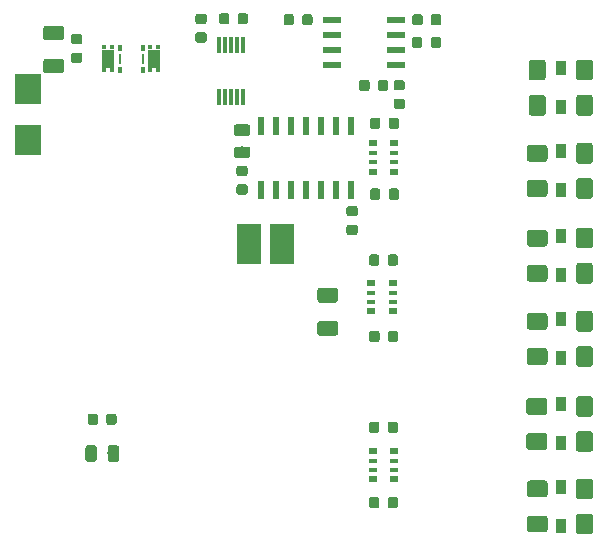
<source format=gbr>
G04 #@! TF.GenerationSoftware,KiCad,Pcbnew,(5.1.4)-1*
G04 #@! TF.CreationDate,2020-01-26T14:24:25+01:00*
G04 #@! TF.ProjectId,debounce_shield,6465626f-756e-4636-955f-736869656c64,rev?*
G04 #@! TF.SameCoordinates,Original*
G04 #@! TF.FileFunction,Paste,Top*
G04 #@! TF.FilePolarity,Positive*
%FSLAX46Y46*%
G04 Gerber Fmt 4.6, Leading zero omitted, Abs format (unit mm)*
G04 Created by KiCad (PCBNEW (5.1.4)-1) date 2020-01-26 14:24:25*
%MOMM*%
%LPD*%
G04 APERTURE LIST*
%ADD10C,0.100000*%
%ADD11C,0.875000*%
%ADD12C,0.975000*%
%ADD13R,1.050000X1.600000*%
%ADD14R,0.285000X0.920000*%
%ADD15R,0.400000X0.350000*%
%ADD16R,0.400000X0.500000*%
%ADD17R,0.300000X1.400000*%
%ADD18R,1.550000X0.600000*%
%ADD19R,0.800000X0.500000*%
%ADD20R,0.800000X0.400000*%
%ADD21R,2.300000X2.500000*%
%ADD22C,1.250000*%
%ADD23R,0.600000X1.500000*%
%ADD24C,1.425000*%
%ADD25R,0.900000X1.200000*%
%ADD26R,2.000000X3.500000*%
G04 APERTURE END LIST*
D10*
G36*
X106052691Y-113226053D02*
G01*
X106073926Y-113229203D01*
X106094750Y-113234419D01*
X106114962Y-113241651D01*
X106134368Y-113250830D01*
X106152781Y-113261866D01*
X106170024Y-113274654D01*
X106185930Y-113289070D01*
X106200346Y-113304976D01*
X106213134Y-113322219D01*
X106224170Y-113340632D01*
X106233349Y-113360038D01*
X106240581Y-113380250D01*
X106245797Y-113401074D01*
X106248947Y-113422309D01*
X106250000Y-113443750D01*
X106250000Y-113956250D01*
X106248947Y-113977691D01*
X106245797Y-113998926D01*
X106240581Y-114019750D01*
X106233349Y-114039962D01*
X106224170Y-114059368D01*
X106213134Y-114077781D01*
X106200346Y-114095024D01*
X106185930Y-114110930D01*
X106170024Y-114125346D01*
X106152781Y-114138134D01*
X106134368Y-114149170D01*
X106114962Y-114158349D01*
X106094750Y-114165581D01*
X106073926Y-114170797D01*
X106052691Y-114173947D01*
X106031250Y-114175000D01*
X105593750Y-114175000D01*
X105572309Y-114173947D01*
X105551074Y-114170797D01*
X105530250Y-114165581D01*
X105510038Y-114158349D01*
X105490632Y-114149170D01*
X105472219Y-114138134D01*
X105454976Y-114125346D01*
X105439070Y-114110930D01*
X105424654Y-114095024D01*
X105411866Y-114077781D01*
X105400830Y-114059368D01*
X105391651Y-114039962D01*
X105384419Y-114019750D01*
X105379203Y-113998926D01*
X105376053Y-113977691D01*
X105375000Y-113956250D01*
X105375000Y-113443750D01*
X105376053Y-113422309D01*
X105379203Y-113401074D01*
X105384419Y-113380250D01*
X105391651Y-113360038D01*
X105400830Y-113340632D01*
X105411866Y-113322219D01*
X105424654Y-113304976D01*
X105439070Y-113289070D01*
X105454976Y-113274654D01*
X105472219Y-113261866D01*
X105490632Y-113250830D01*
X105510038Y-113241651D01*
X105530250Y-113234419D01*
X105551074Y-113229203D01*
X105572309Y-113226053D01*
X105593750Y-113225000D01*
X106031250Y-113225000D01*
X106052691Y-113226053D01*
X106052691Y-113226053D01*
G37*
D11*
X105812500Y-113700000D03*
D10*
G36*
X107627691Y-113226053D02*
G01*
X107648926Y-113229203D01*
X107669750Y-113234419D01*
X107689962Y-113241651D01*
X107709368Y-113250830D01*
X107727781Y-113261866D01*
X107745024Y-113274654D01*
X107760930Y-113289070D01*
X107775346Y-113304976D01*
X107788134Y-113322219D01*
X107799170Y-113340632D01*
X107808349Y-113360038D01*
X107815581Y-113380250D01*
X107820797Y-113401074D01*
X107823947Y-113422309D01*
X107825000Y-113443750D01*
X107825000Y-113956250D01*
X107823947Y-113977691D01*
X107820797Y-113998926D01*
X107815581Y-114019750D01*
X107808349Y-114039962D01*
X107799170Y-114059368D01*
X107788134Y-114077781D01*
X107775346Y-114095024D01*
X107760930Y-114110930D01*
X107745024Y-114125346D01*
X107727781Y-114138134D01*
X107709368Y-114149170D01*
X107689962Y-114158349D01*
X107669750Y-114165581D01*
X107648926Y-114170797D01*
X107627691Y-114173947D01*
X107606250Y-114175000D01*
X107168750Y-114175000D01*
X107147309Y-114173947D01*
X107126074Y-114170797D01*
X107105250Y-114165581D01*
X107085038Y-114158349D01*
X107065632Y-114149170D01*
X107047219Y-114138134D01*
X107029976Y-114125346D01*
X107014070Y-114110930D01*
X106999654Y-114095024D01*
X106986866Y-114077781D01*
X106975830Y-114059368D01*
X106966651Y-114039962D01*
X106959419Y-114019750D01*
X106954203Y-113998926D01*
X106951053Y-113977691D01*
X106950000Y-113956250D01*
X106950000Y-113443750D01*
X106951053Y-113422309D01*
X106954203Y-113401074D01*
X106959419Y-113380250D01*
X106966651Y-113360038D01*
X106975830Y-113340632D01*
X106986866Y-113322219D01*
X106999654Y-113304976D01*
X107014070Y-113289070D01*
X107029976Y-113274654D01*
X107047219Y-113261866D01*
X107065632Y-113250830D01*
X107085038Y-113241651D01*
X107105250Y-113234419D01*
X107126074Y-113229203D01*
X107147309Y-113226053D01*
X107168750Y-113225000D01*
X107606250Y-113225000D01*
X107627691Y-113226053D01*
X107627691Y-113226053D01*
G37*
D11*
X107387500Y-113700000D03*
D10*
G36*
X118727691Y-93813553D02*
G01*
X118748926Y-93816703D01*
X118769750Y-93821919D01*
X118789962Y-93829151D01*
X118809368Y-93838330D01*
X118827781Y-93849366D01*
X118845024Y-93862154D01*
X118860930Y-93876570D01*
X118875346Y-93892476D01*
X118888134Y-93909719D01*
X118899170Y-93928132D01*
X118908349Y-93947538D01*
X118915581Y-93967750D01*
X118920797Y-93988574D01*
X118923947Y-94009809D01*
X118925000Y-94031250D01*
X118925000Y-94468750D01*
X118923947Y-94490191D01*
X118920797Y-94511426D01*
X118915581Y-94532250D01*
X118908349Y-94552462D01*
X118899170Y-94571868D01*
X118888134Y-94590281D01*
X118875346Y-94607524D01*
X118860930Y-94623430D01*
X118845024Y-94637846D01*
X118827781Y-94650634D01*
X118809368Y-94661670D01*
X118789962Y-94670849D01*
X118769750Y-94678081D01*
X118748926Y-94683297D01*
X118727691Y-94686447D01*
X118706250Y-94687500D01*
X118193750Y-94687500D01*
X118172309Y-94686447D01*
X118151074Y-94683297D01*
X118130250Y-94678081D01*
X118110038Y-94670849D01*
X118090632Y-94661670D01*
X118072219Y-94650634D01*
X118054976Y-94637846D01*
X118039070Y-94623430D01*
X118024654Y-94607524D01*
X118011866Y-94590281D01*
X118000830Y-94571868D01*
X117991651Y-94552462D01*
X117984419Y-94532250D01*
X117979203Y-94511426D01*
X117976053Y-94490191D01*
X117975000Y-94468750D01*
X117975000Y-94031250D01*
X117976053Y-94009809D01*
X117979203Y-93988574D01*
X117984419Y-93967750D01*
X117991651Y-93947538D01*
X118000830Y-93928132D01*
X118011866Y-93909719D01*
X118024654Y-93892476D01*
X118039070Y-93876570D01*
X118054976Y-93862154D01*
X118072219Y-93849366D01*
X118090632Y-93838330D01*
X118110038Y-93829151D01*
X118130250Y-93821919D01*
X118151074Y-93816703D01*
X118172309Y-93813553D01*
X118193750Y-93812500D01*
X118706250Y-93812500D01*
X118727691Y-93813553D01*
X118727691Y-93813553D01*
G37*
D11*
X118450000Y-94250000D03*
D10*
G36*
X118727691Y-92238553D02*
G01*
X118748926Y-92241703D01*
X118769750Y-92246919D01*
X118789962Y-92254151D01*
X118809368Y-92263330D01*
X118827781Y-92274366D01*
X118845024Y-92287154D01*
X118860930Y-92301570D01*
X118875346Y-92317476D01*
X118888134Y-92334719D01*
X118899170Y-92353132D01*
X118908349Y-92372538D01*
X118915581Y-92392750D01*
X118920797Y-92413574D01*
X118923947Y-92434809D01*
X118925000Y-92456250D01*
X118925000Y-92893750D01*
X118923947Y-92915191D01*
X118920797Y-92936426D01*
X118915581Y-92957250D01*
X118908349Y-92977462D01*
X118899170Y-92996868D01*
X118888134Y-93015281D01*
X118875346Y-93032524D01*
X118860930Y-93048430D01*
X118845024Y-93062846D01*
X118827781Y-93075634D01*
X118809368Y-93086670D01*
X118789962Y-93095849D01*
X118769750Y-93103081D01*
X118748926Y-93108297D01*
X118727691Y-93111447D01*
X118706250Y-93112500D01*
X118193750Y-93112500D01*
X118172309Y-93111447D01*
X118151074Y-93108297D01*
X118130250Y-93103081D01*
X118110038Y-93095849D01*
X118090632Y-93086670D01*
X118072219Y-93075634D01*
X118054976Y-93062846D01*
X118039070Y-93048430D01*
X118024654Y-93032524D01*
X118011866Y-93015281D01*
X118000830Y-92996868D01*
X117991651Y-92977462D01*
X117984419Y-92957250D01*
X117979203Y-92936426D01*
X117976053Y-92915191D01*
X117975000Y-92893750D01*
X117975000Y-92456250D01*
X117976053Y-92434809D01*
X117979203Y-92413574D01*
X117984419Y-92392750D01*
X117991651Y-92372538D01*
X118000830Y-92353132D01*
X118011866Y-92334719D01*
X118024654Y-92317476D01*
X118039070Y-92301570D01*
X118054976Y-92287154D01*
X118072219Y-92274366D01*
X118090632Y-92263330D01*
X118110038Y-92254151D01*
X118130250Y-92246919D01*
X118151074Y-92241703D01*
X118172309Y-92238553D01*
X118193750Y-92237500D01*
X118706250Y-92237500D01*
X118727691Y-92238553D01*
X118727691Y-92238553D01*
G37*
D11*
X118450000Y-92675000D03*
D10*
G36*
X118930142Y-88738674D02*
G01*
X118953803Y-88742184D01*
X118977007Y-88747996D01*
X118999529Y-88756054D01*
X119021153Y-88766282D01*
X119041670Y-88778579D01*
X119060883Y-88792829D01*
X119078607Y-88808893D01*
X119094671Y-88826617D01*
X119108921Y-88845830D01*
X119121218Y-88866347D01*
X119131446Y-88887971D01*
X119139504Y-88910493D01*
X119145316Y-88933697D01*
X119148826Y-88957358D01*
X119150000Y-88981250D01*
X119150000Y-89468750D01*
X119148826Y-89492642D01*
X119145316Y-89516303D01*
X119139504Y-89539507D01*
X119131446Y-89562029D01*
X119121218Y-89583653D01*
X119108921Y-89604170D01*
X119094671Y-89623383D01*
X119078607Y-89641107D01*
X119060883Y-89657171D01*
X119041670Y-89671421D01*
X119021153Y-89683718D01*
X118999529Y-89693946D01*
X118977007Y-89702004D01*
X118953803Y-89707816D01*
X118930142Y-89711326D01*
X118906250Y-89712500D01*
X117993750Y-89712500D01*
X117969858Y-89711326D01*
X117946197Y-89707816D01*
X117922993Y-89702004D01*
X117900471Y-89693946D01*
X117878847Y-89683718D01*
X117858330Y-89671421D01*
X117839117Y-89657171D01*
X117821393Y-89641107D01*
X117805329Y-89623383D01*
X117791079Y-89604170D01*
X117778782Y-89583653D01*
X117768554Y-89562029D01*
X117760496Y-89539507D01*
X117754684Y-89516303D01*
X117751174Y-89492642D01*
X117750000Y-89468750D01*
X117750000Y-88981250D01*
X117751174Y-88957358D01*
X117754684Y-88933697D01*
X117760496Y-88910493D01*
X117768554Y-88887971D01*
X117778782Y-88866347D01*
X117791079Y-88845830D01*
X117805329Y-88826617D01*
X117821393Y-88808893D01*
X117839117Y-88792829D01*
X117858330Y-88778579D01*
X117878847Y-88766282D01*
X117900471Y-88756054D01*
X117922993Y-88747996D01*
X117946197Y-88742184D01*
X117969858Y-88738674D01*
X117993750Y-88737500D01*
X118906250Y-88737500D01*
X118930142Y-88738674D01*
X118930142Y-88738674D01*
G37*
D12*
X118450000Y-89225000D03*
D10*
G36*
X118930142Y-90613674D02*
G01*
X118953803Y-90617184D01*
X118977007Y-90622996D01*
X118999529Y-90631054D01*
X119021153Y-90641282D01*
X119041670Y-90653579D01*
X119060883Y-90667829D01*
X119078607Y-90683893D01*
X119094671Y-90701617D01*
X119108921Y-90720830D01*
X119121218Y-90741347D01*
X119131446Y-90762971D01*
X119139504Y-90785493D01*
X119145316Y-90808697D01*
X119148826Y-90832358D01*
X119150000Y-90856250D01*
X119150000Y-91343750D01*
X119148826Y-91367642D01*
X119145316Y-91391303D01*
X119139504Y-91414507D01*
X119131446Y-91437029D01*
X119121218Y-91458653D01*
X119108921Y-91479170D01*
X119094671Y-91498383D01*
X119078607Y-91516107D01*
X119060883Y-91532171D01*
X119041670Y-91546421D01*
X119021153Y-91558718D01*
X118999529Y-91568946D01*
X118977007Y-91577004D01*
X118953803Y-91582816D01*
X118930142Y-91586326D01*
X118906250Y-91587500D01*
X117993750Y-91587500D01*
X117969858Y-91586326D01*
X117946197Y-91582816D01*
X117922993Y-91577004D01*
X117900471Y-91568946D01*
X117878847Y-91558718D01*
X117858330Y-91546421D01*
X117839117Y-91532171D01*
X117821393Y-91516107D01*
X117805329Y-91498383D01*
X117791079Y-91479170D01*
X117778782Y-91458653D01*
X117768554Y-91437029D01*
X117760496Y-91414507D01*
X117754684Y-91391303D01*
X117751174Y-91367642D01*
X117750000Y-91343750D01*
X117750000Y-90856250D01*
X117751174Y-90832358D01*
X117754684Y-90808697D01*
X117760496Y-90785493D01*
X117768554Y-90762971D01*
X117778782Y-90741347D01*
X117791079Y-90720830D01*
X117805329Y-90701617D01*
X117821393Y-90683893D01*
X117839117Y-90667829D01*
X117858330Y-90653579D01*
X117878847Y-90641282D01*
X117900471Y-90631054D01*
X117922993Y-90622996D01*
X117946197Y-90617184D01*
X117969858Y-90613674D01*
X117993750Y-90612500D01*
X118906250Y-90612500D01*
X118930142Y-90613674D01*
X118930142Y-90613674D01*
G37*
D12*
X118450000Y-91100000D03*
D13*
X111000000Y-83200000D03*
D14*
X110025000Y-83200000D03*
D15*
X111325000Y-84175000D03*
X110675000Y-84175000D03*
D16*
X110025000Y-84100000D03*
X110025000Y-82300000D03*
D15*
X110675000Y-82225000D03*
X111325000Y-82225000D03*
D13*
X107100000Y-83200000D03*
D14*
X108075000Y-83200000D03*
D15*
X106775000Y-82225000D03*
X107425000Y-82225000D03*
D16*
X108075000Y-82300000D03*
X108075000Y-84100000D03*
D15*
X107425000Y-84175000D03*
X106775000Y-84175000D03*
D17*
X116500000Y-82000000D03*
X117000000Y-82000000D03*
X117500000Y-82000000D03*
X118000000Y-82000000D03*
X118500000Y-82000000D03*
X118500000Y-86400000D03*
X118000000Y-86400000D03*
X117500000Y-86400000D03*
X117000000Y-86400000D03*
X116500000Y-86400000D03*
D10*
G36*
X104727691Y-81088553D02*
G01*
X104748926Y-81091703D01*
X104769750Y-81096919D01*
X104789962Y-81104151D01*
X104809368Y-81113330D01*
X104827781Y-81124366D01*
X104845024Y-81137154D01*
X104860930Y-81151570D01*
X104875346Y-81167476D01*
X104888134Y-81184719D01*
X104899170Y-81203132D01*
X104908349Y-81222538D01*
X104915581Y-81242750D01*
X104920797Y-81263574D01*
X104923947Y-81284809D01*
X104925000Y-81306250D01*
X104925000Y-81743750D01*
X104923947Y-81765191D01*
X104920797Y-81786426D01*
X104915581Y-81807250D01*
X104908349Y-81827462D01*
X104899170Y-81846868D01*
X104888134Y-81865281D01*
X104875346Y-81882524D01*
X104860930Y-81898430D01*
X104845024Y-81912846D01*
X104827781Y-81925634D01*
X104809368Y-81936670D01*
X104789962Y-81945849D01*
X104769750Y-81953081D01*
X104748926Y-81958297D01*
X104727691Y-81961447D01*
X104706250Y-81962500D01*
X104193750Y-81962500D01*
X104172309Y-81961447D01*
X104151074Y-81958297D01*
X104130250Y-81953081D01*
X104110038Y-81945849D01*
X104090632Y-81936670D01*
X104072219Y-81925634D01*
X104054976Y-81912846D01*
X104039070Y-81898430D01*
X104024654Y-81882524D01*
X104011866Y-81865281D01*
X104000830Y-81846868D01*
X103991651Y-81827462D01*
X103984419Y-81807250D01*
X103979203Y-81786426D01*
X103976053Y-81765191D01*
X103975000Y-81743750D01*
X103975000Y-81306250D01*
X103976053Y-81284809D01*
X103979203Y-81263574D01*
X103984419Y-81242750D01*
X103991651Y-81222538D01*
X104000830Y-81203132D01*
X104011866Y-81184719D01*
X104024654Y-81167476D01*
X104039070Y-81151570D01*
X104054976Y-81137154D01*
X104072219Y-81124366D01*
X104090632Y-81113330D01*
X104110038Y-81104151D01*
X104130250Y-81096919D01*
X104151074Y-81091703D01*
X104172309Y-81088553D01*
X104193750Y-81087500D01*
X104706250Y-81087500D01*
X104727691Y-81088553D01*
X104727691Y-81088553D01*
G37*
D11*
X104450000Y-81525000D03*
D10*
G36*
X104727691Y-82663553D02*
G01*
X104748926Y-82666703D01*
X104769750Y-82671919D01*
X104789962Y-82679151D01*
X104809368Y-82688330D01*
X104827781Y-82699366D01*
X104845024Y-82712154D01*
X104860930Y-82726570D01*
X104875346Y-82742476D01*
X104888134Y-82759719D01*
X104899170Y-82778132D01*
X104908349Y-82797538D01*
X104915581Y-82817750D01*
X104920797Y-82838574D01*
X104923947Y-82859809D01*
X104925000Y-82881250D01*
X104925000Y-83318750D01*
X104923947Y-83340191D01*
X104920797Y-83361426D01*
X104915581Y-83382250D01*
X104908349Y-83402462D01*
X104899170Y-83421868D01*
X104888134Y-83440281D01*
X104875346Y-83457524D01*
X104860930Y-83473430D01*
X104845024Y-83487846D01*
X104827781Y-83500634D01*
X104809368Y-83511670D01*
X104789962Y-83520849D01*
X104769750Y-83528081D01*
X104748926Y-83533297D01*
X104727691Y-83536447D01*
X104706250Y-83537500D01*
X104193750Y-83537500D01*
X104172309Y-83536447D01*
X104151074Y-83533297D01*
X104130250Y-83528081D01*
X104110038Y-83520849D01*
X104090632Y-83511670D01*
X104072219Y-83500634D01*
X104054976Y-83487846D01*
X104039070Y-83473430D01*
X104024654Y-83457524D01*
X104011866Y-83440281D01*
X104000830Y-83421868D01*
X103991651Y-83402462D01*
X103984419Y-83382250D01*
X103979203Y-83361426D01*
X103976053Y-83340191D01*
X103975000Y-83318750D01*
X103975000Y-82881250D01*
X103976053Y-82859809D01*
X103979203Y-82838574D01*
X103984419Y-82817750D01*
X103991651Y-82797538D01*
X104000830Y-82778132D01*
X104011866Y-82759719D01*
X104024654Y-82742476D01*
X104039070Y-82726570D01*
X104054976Y-82712154D01*
X104072219Y-82699366D01*
X104090632Y-82688330D01*
X104110038Y-82679151D01*
X104130250Y-82671919D01*
X104151074Y-82666703D01*
X104172309Y-82663553D01*
X104193750Y-82662500D01*
X104706250Y-82662500D01*
X104727691Y-82663553D01*
X104727691Y-82663553D01*
G37*
D11*
X104450000Y-83100000D03*
D10*
G36*
X115252691Y-80938553D02*
G01*
X115273926Y-80941703D01*
X115294750Y-80946919D01*
X115314962Y-80954151D01*
X115334368Y-80963330D01*
X115352781Y-80974366D01*
X115370024Y-80987154D01*
X115385930Y-81001570D01*
X115400346Y-81017476D01*
X115413134Y-81034719D01*
X115424170Y-81053132D01*
X115433349Y-81072538D01*
X115440581Y-81092750D01*
X115445797Y-81113574D01*
X115448947Y-81134809D01*
X115450000Y-81156250D01*
X115450000Y-81593750D01*
X115448947Y-81615191D01*
X115445797Y-81636426D01*
X115440581Y-81657250D01*
X115433349Y-81677462D01*
X115424170Y-81696868D01*
X115413134Y-81715281D01*
X115400346Y-81732524D01*
X115385930Y-81748430D01*
X115370024Y-81762846D01*
X115352781Y-81775634D01*
X115334368Y-81786670D01*
X115314962Y-81795849D01*
X115294750Y-81803081D01*
X115273926Y-81808297D01*
X115252691Y-81811447D01*
X115231250Y-81812500D01*
X114718750Y-81812500D01*
X114697309Y-81811447D01*
X114676074Y-81808297D01*
X114655250Y-81803081D01*
X114635038Y-81795849D01*
X114615632Y-81786670D01*
X114597219Y-81775634D01*
X114579976Y-81762846D01*
X114564070Y-81748430D01*
X114549654Y-81732524D01*
X114536866Y-81715281D01*
X114525830Y-81696868D01*
X114516651Y-81677462D01*
X114509419Y-81657250D01*
X114504203Y-81636426D01*
X114501053Y-81615191D01*
X114500000Y-81593750D01*
X114500000Y-81156250D01*
X114501053Y-81134809D01*
X114504203Y-81113574D01*
X114509419Y-81092750D01*
X114516651Y-81072538D01*
X114525830Y-81053132D01*
X114536866Y-81034719D01*
X114549654Y-81017476D01*
X114564070Y-81001570D01*
X114579976Y-80987154D01*
X114597219Y-80974366D01*
X114615632Y-80963330D01*
X114635038Y-80954151D01*
X114655250Y-80946919D01*
X114676074Y-80941703D01*
X114697309Y-80938553D01*
X114718750Y-80937500D01*
X115231250Y-80937500D01*
X115252691Y-80938553D01*
X115252691Y-80938553D01*
G37*
D11*
X114975000Y-81375000D03*
D10*
G36*
X115252691Y-79363553D02*
G01*
X115273926Y-79366703D01*
X115294750Y-79371919D01*
X115314962Y-79379151D01*
X115334368Y-79388330D01*
X115352781Y-79399366D01*
X115370024Y-79412154D01*
X115385930Y-79426570D01*
X115400346Y-79442476D01*
X115413134Y-79459719D01*
X115424170Y-79478132D01*
X115433349Y-79497538D01*
X115440581Y-79517750D01*
X115445797Y-79538574D01*
X115448947Y-79559809D01*
X115450000Y-79581250D01*
X115450000Y-80018750D01*
X115448947Y-80040191D01*
X115445797Y-80061426D01*
X115440581Y-80082250D01*
X115433349Y-80102462D01*
X115424170Y-80121868D01*
X115413134Y-80140281D01*
X115400346Y-80157524D01*
X115385930Y-80173430D01*
X115370024Y-80187846D01*
X115352781Y-80200634D01*
X115334368Y-80211670D01*
X115314962Y-80220849D01*
X115294750Y-80228081D01*
X115273926Y-80233297D01*
X115252691Y-80236447D01*
X115231250Y-80237500D01*
X114718750Y-80237500D01*
X114697309Y-80236447D01*
X114676074Y-80233297D01*
X114655250Y-80228081D01*
X114635038Y-80220849D01*
X114615632Y-80211670D01*
X114597219Y-80200634D01*
X114579976Y-80187846D01*
X114564070Y-80173430D01*
X114549654Y-80157524D01*
X114536866Y-80140281D01*
X114525830Y-80121868D01*
X114516651Y-80102462D01*
X114509419Y-80082250D01*
X114504203Y-80061426D01*
X114501053Y-80040191D01*
X114500000Y-80018750D01*
X114500000Y-79581250D01*
X114501053Y-79559809D01*
X114504203Y-79538574D01*
X114509419Y-79517750D01*
X114516651Y-79497538D01*
X114525830Y-79478132D01*
X114536866Y-79459719D01*
X114549654Y-79442476D01*
X114564070Y-79426570D01*
X114579976Y-79412154D01*
X114597219Y-79399366D01*
X114615632Y-79388330D01*
X114635038Y-79379151D01*
X114655250Y-79371919D01*
X114676074Y-79366703D01*
X114697309Y-79363553D01*
X114718750Y-79362500D01*
X115231250Y-79362500D01*
X115252691Y-79363553D01*
X115252691Y-79363553D01*
G37*
D11*
X114975000Y-79800000D03*
D10*
G36*
X117177691Y-79326053D02*
G01*
X117198926Y-79329203D01*
X117219750Y-79334419D01*
X117239962Y-79341651D01*
X117259368Y-79350830D01*
X117277781Y-79361866D01*
X117295024Y-79374654D01*
X117310930Y-79389070D01*
X117325346Y-79404976D01*
X117338134Y-79422219D01*
X117349170Y-79440632D01*
X117358349Y-79460038D01*
X117365581Y-79480250D01*
X117370797Y-79501074D01*
X117373947Y-79522309D01*
X117375000Y-79543750D01*
X117375000Y-80056250D01*
X117373947Y-80077691D01*
X117370797Y-80098926D01*
X117365581Y-80119750D01*
X117358349Y-80139962D01*
X117349170Y-80159368D01*
X117338134Y-80177781D01*
X117325346Y-80195024D01*
X117310930Y-80210930D01*
X117295024Y-80225346D01*
X117277781Y-80238134D01*
X117259368Y-80249170D01*
X117239962Y-80258349D01*
X117219750Y-80265581D01*
X117198926Y-80270797D01*
X117177691Y-80273947D01*
X117156250Y-80275000D01*
X116718750Y-80275000D01*
X116697309Y-80273947D01*
X116676074Y-80270797D01*
X116655250Y-80265581D01*
X116635038Y-80258349D01*
X116615632Y-80249170D01*
X116597219Y-80238134D01*
X116579976Y-80225346D01*
X116564070Y-80210930D01*
X116549654Y-80195024D01*
X116536866Y-80177781D01*
X116525830Y-80159368D01*
X116516651Y-80139962D01*
X116509419Y-80119750D01*
X116504203Y-80098926D01*
X116501053Y-80077691D01*
X116500000Y-80056250D01*
X116500000Y-79543750D01*
X116501053Y-79522309D01*
X116504203Y-79501074D01*
X116509419Y-79480250D01*
X116516651Y-79460038D01*
X116525830Y-79440632D01*
X116536866Y-79422219D01*
X116549654Y-79404976D01*
X116564070Y-79389070D01*
X116579976Y-79374654D01*
X116597219Y-79361866D01*
X116615632Y-79350830D01*
X116635038Y-79341651D01*
X116655250Y-79334419D01*
X116676074Y-79329203D01*
X116697309Y-79326053D01*
X116718750Y-79325000D01*
X117156250Y-79325000D01*
X117177691Y-79326053D01*
X117177691Y-79326053D01*
G37*
D11*
X116937500Y-79800000D03*
D10*
G36*
X118752691Y-79326053D02*
G01*
X118773926Y-79329203D01*
X118794750Y-79334419D01*
X118814962Y-79341651D01*
X118834368Y-79350830D01*
X118852781Y-79361866D01*
X118870024Y-79374654D01*
X118885930Y-79389070D01*
X118900346Y-79404976D01*
X118913134Y-79422219D01*
X118924170Y-79440632D01*
X118933349Y-79460038D01*
X118940581Y-79480250D01*
X118945797Y-79501074D01*
X118948947Y-79522309D01*
X118950000Y-79543750D01*
X118950000Y-80056250D01*
X118948947Y-80077691D01*
X118945797Y-80098926D01*
X118940581Y-80119750D01*
X118933349Y-80139962D01*
X118924170Y-80159368D01*
X118913134Y-80177781D01*
X118900346Y-80195024D01*
X118885930Y-80210930D01*
X118870024Y-80225346D01*
X118852781Y-80238134D01*
X118834368Y-80249170D01*
X118814962Y-80258349D01*
X118794750Y-80265581D01*
X118773926Y-80270797D01*
X118752691Y-80273947D01*
X118731250Y-80275000D01*
X118293750Y-80275000D01*
X118272309Y-80273947D01*
X118251074Y-80270797D01*
X118230250Y-80265581D01*
X118210038Y-80258349D01*
X118190632Y-80249170D01*
X118172219Y-80238134D01*
X118154976Y-80225346D01*
X118139070Y-80210930D01*
X118124654Y-80195024D01*
X118111866Y-80177781D01*
X118100830Y-80159368D01*
X118091651Y-80139962D01*
X118084419Y-80119750D01*
X118079203Y-80098926D01*
X118076053Y-80077691D01*
X118075000Y-80056250D01*
X118075000Y-79543750D01*
X118076053Y-79522309D01*
X118079203Y-79501074D01*
X118084419Y-79480250D01*
X118091651Y-79460038D01*
X118100830Y-79440632D01*
X118111866Y-79422219D01*
X118124654Y-79404976D01*
X118139070Y-79389070D01*
X118154976Y-79374654D01*
X118172219Y-79361866D01*
X118190632Y-79350830D01*
X118210038Y-79341651D01*
X118230250Y-79334419D01*
X118251074Y-79329203D01*
X118272309Y-79326053D01*
X118293750Y-79325000D01*
X118731250Y-79325000D01*
X118752691Y-79326053D01*
X118752691Y-79326053D01*
G37*
D11*
X118512500Y-79800000D03*
D10*
G36*
X132027691Y-86563553D02*
G01*
X132048926Y-86566703D01*
X132069750Y-86571919D01*
X132089962Y-86579151D01*
X132109368Y-86588330D01*
X132127781Y-86599366D01*
X132145024Y-86612154D01*
X132160930Y-86626570D01*
X132175346Y-86642476D01*
X132188134Y-86659719D01*
X132199170Y-86678132D01*
X132208349Y-86697538D01*
X132215581Y-86717750D01*
X132220797Y-86738574D01*
X132223947Y-86759809D01*
X132225000Y-86781250D01*
X132225000Y-87218750D01*
X132223947Y-87240191D01*
X132220797Y-87261426D01*
X132215581Y-87282250D01*
X132208349Y-87302462D01*
X132199170Y-87321868D01*
X132188134Y-87340281D01*
X132175346Y-87357524D01*
X132160930Y-87373430D01*
X132145024Y-87387846D01*
X132127781Y-87400634D01*
X132109368Y-87411670D01*
X132089962Y-87420849D01*
X132069750Y-87428081D01*
X132048926Y-87433297D01*
X132027691Y-87436447D01*
X132006250Y-87437500D01*
X131493750Y-87437500D01*
X131472309Y-87436447D01*
X131451074Y-87433297D01*
X131430250Y-87428081D01*
X131410038Y-87420849D01*
X131390632Y-87411670D01*
X131372219Y-87400634D01*
X131354976Y-87387846D01*
X131339070Y-87373430D01*
X131324654Y-87357524D01*
X131311866Y-87340281D01*
X131300830Y-87321868D01*
X131291651Y-87302462D01*
X131284419Y-87282250D01*
X131279203Y-87261426D01*
X131276053Y-87240191D01*
X131275000Y-87218750D01*
X131275000Y-86781250D01*
X131276053Y-86759809D01*
X131279203Y-86738574D01*
X131284419Y-86717750D01*
X131291651Y-86697538D01*
X131300830Y-86678132D01*
X131311866Y-86659719D01*
X131324654Y-86642476D01*
X131339070Y-86626570D01*
X131354976Y-86612154D01*
X131372219Y-86599366D01*
X131390632Y-86588330D01*
X131410038Y-86579151D01*
X131430250Y-86571919D01*
X131451074Y-86566703D01*
X131472309Y-86563553D01*
X131493750Y-86562500D01*
X132006250Y-86562500D01*
X132027691Y-86563553D01*
X132027691Y-86563553D01*
G37*
D11*
X131750000Y-87000000D03*
D10*
G36*
X132027691Y-84988553D02*
G01*
X132048926Y-84991703D01*
X132069750Y-84996919D01*
X132089962Y-85004151D01*
X132109368Y-85013330D01*
X132127781Y-85024366D01*
X132145024Y-85037154D01*
X132160930Y-85051570D01*
X132175346Y-85067476D01*
X132188134Y-85084719D01*
X132199170Y-85103132D01*
X132208349Y-85122538D01*
X132215581Y-85142750D01*
X132220797Y-85163574D01*
X132223947Y-85184809D01*
X132225000Y-85206250D01*
X132225000Y-85643750D01*
X132223947Y-85665191D01*
X132220797Y-85686426D01*
X132215581Y-85707250D01*
X132208349Y-85727462D01*
X132199170Y-85746868D01*
X132188134Y-85765281D01*
X132175346Y-85782524D01*
X132160930Y-85798430D01*
X132145024Y-85812846D01*
X132127781Y-85825634D01*
X132109368Y-85836670D01*
X132089962Y-85845849D01*
X132069750Y-85853081D01*
X132048926Y-85858297D01*
X132027691Y-85861447D01*
X132006250Y-85862500D01*
X131493750Y-85862500D01*
X131472309Y-85861447D01*
X131451074Y-85858297D01*
X131430250Y-85853081D01*
X131410038Y-85845849D01*
X131390632Y-85836670D01*
X131372219Y-85825634D01*
X131354976Y-85812846D01*
X131339070Y-85798430D01*
X131324654Y-85782524D01*
X131311866Y-85765281D01*
X131300830Y-85746868D01*
X131291651Y-85727462D01*
X131284419Y-85707250D01*
X131279203Y-85686426D01*
X131276053Y-85665191D01*
X131275000Y-85643750D01*
X131275000Y-85206250D01*
X131276053Y-85184809D01*
X131279203Y-85163574D01*
X131284419Y-85142750D01*
X131291651Y-85122538D01*
X131300830Y-85103132D01*
X131311866Y-85084719D01*
X131324654Y-85067476D01*
X131339070Y-85051570D01*
X131354976Y-85037154D01*
X131372219Y-85024366D01*
X131390632Y-85013330D01*
X131410038Y-85004151D01*
X131430250Y-84996919D01*
X131451074Y-84991703D01*
X131472309Y-84988553D01*
X131493750Y-84987500D01*
X132006250Y-84987500D01*
X132027691Y-84988553D01*
X132027691Y-84988553D01*
G37*
D11*
X131750000Y-85425000D03*
D18*
X126052600Y-79933800D03*
X126052600Y-81203800D03*
X126052600Y-82473800D03*
X126052600Y-83743800D03*
X131452600Y-83743800D03*
X131452600Y-82473800D03*
X131452600Y-81203800D03*
X131452600Y-79933800D03*
D19*
X129503600Y-116402000D03*
D20*
X129503600Y-117202000D03*
D19*
X129503600Y-118802000D03*
D20*
X129503600Y-118002000D03*
D19*
X131303600Y-116402000D03*
D20*
X131303600Y-118002000D03*
X131303600Y-117202000D03*
D19*
X131303600Y-118802000D03*
X129402000Y-102178000D03*
D20*
X129402000Y-102978000D03*
D19*
X129402000Y-104578000D03*
D20*
X129402000Y-103778000D03*
D19*
X131202000Y-102178000D03*
D20*
X131202000Y-103778000D03*
X131202000Y-102978000D03*
D19*
X131202000Y-104578000D03*
X129554400Y-90341600D03*
D20*
X129554400Y-91141600D03*
D19*
X129554400Y-92741600D03*
D20*
X129554400Y-91941600D03*
D19*
X131354400Y-90341600D03*
D20*
X131354400Y-91941600D03*
X131354400Y-91141600D03*
D19*
X131354400Y-92741600D03*
D21*
X100330000Y-85784800D03*
X100330000Y-90084800D03*
D10*
G36*
X126349504Y-102576204D02*
G01*
X126373773Y-102579804D01*
X126397571Y-102585765D01*
X126420671Y-102594030D01*
X126442849Y-102604520D01*
X126463893Y-102617133D01*
X126483598Y-102631747D01*
X126501777Y-102648223D01*
X126518253Y-102666402D01*
X126532867Y-102686107D01*
X126545480Y-102707151D01*
X126555970Y-102729329D01*
X126564235Y-102752429D01*
X126570196Y-102776227D01*
X126573796Y-102800496D01*
X126575000Y-102825000D01*
X126575000Y-103575000D01*
X126573796Y-103599504D01*
X126570196Y-103623773D01*
X126564235Y-103647571D01*
X126555970Y-103670671D01*
X126545480Y-103692849D01*
X126532867Y-103713893D01*
X126518253Y-103733598D01*
X126501777Y-103751777D01*
X126483598Y-103768253D01*
X126463893Y-103782867D01*
X126442849Y-103795480D01*
X126420671Y-103805970D01*
X126397571Y-103814235D01*
X126373773Y-103820196D01*
X126349504Y-103823796D01*
X126325000Y-103825000D01*
X125075000Y-103825000D01*
X125050496Y-103823796D01*
X125026227Y-103820196D01*
X125002429Y-103814235D01*
X124979329Y-103805970D01*
X124957151Y-103795480D01*
X124936107Y-103782867D01*
X124916402Y-103768253D01*
X124898223Y-103751777D01*
X124881747Y-103733598D01*
X124867133Y-103713893D01*
X124854520Y-103692849D01*
X124844030Y-103670671D01*
X124835765Y-103647571D01*
X124829804Y-103623773D01*
X124826204Y-103599504D01*
X124825000Y-103575000D01*
X124825000Y-102825000D01*
X124826204Y-102800496D01*
X124829804Y-102776227D01*
X124835765Y-102752429D01*
X124844030Y-102729329D01*
X124854520Y-102707151D01*
X124867133Y-102686107D01*
X124881747Y-102666402D01*
X124898223Y-102648223D01*
X124916402Y-102631747D01*
X124936107Y-102617133D01*
X124957151Y-102604520D01*
X124979329Y-102594030D01*
X125002429Y-102585765D01*
X125026227Y-102579804D01*
X125050496Y-102576204D01*
X125075000Y-102575000D01*
X126325000Y-102575000D01*
X126349504Y-102576204D01*
X126349504Y-102576204D01*
G37*
D22*
X125700000Y-103200000D03*
D10*
G36*
X126349504Y-105376204D02*
G01*
X126373773Y-105379804D01*
X126397571Y-105385765D01*
X126420671Y-105394030D01*
X126442849Y-105404520D01*
X126463893Y-105417133D01*
X126483598Y-105431747D01*
X126501777Y-105448223D01*
X126518253Y-105466402D01*
X126532867Y-105486107D01*
X126545480Y-105507151D01*
X126555970Y-105529329D01*
X126564235Y-105552429D01*
X126570196Y-105576227D01*
X126573796Y-105600496D01*
X126575000Y-105625000D01*
X126575000Y-106375000D01*
X126573796Y-106399504D01*
X126570196Y-106423773D01*
X126564235Y-106447571D01*
X126555970Y-106470671D01*
X126545480Y-106492849D01*
X126532867Y-106513893D01*
X126518253Y-106533598D01*
X126501777Y-106551777D01*
X126483598Y-106568253D01*
X126463893Y-106582867D01*
X126442849Y-106595480D01*
X126420671Y-106605970D01*
X126397571Y-106614235D01*
X126373773Y-106620196D01*
X126349504Y-106623796D01*
X126325000Y-106625000D01*
X125075000Y-106625000D01*
X125050496Y-106623796D01*
X125026227Y-106620196D01*
X125002429Y-106614235D01*
X124979329Y-106605970D01*
X124957151Y-106595480D01*
X124936107Y-106582867D01*
X124916402Y-106568253D01*
X124898223Y-106551777D01*
X124881747Y-106533598D01*
X124867133Y-106513893D01*
X124854520Y-106492849D01*
X124844030Y-106470671D01*
X124835765Y-106447571D01*
X124829804Y-106423773D01*
X124826204Y-106399504D01*
X124825000Y-106375000D01*
X124825000Y-105625000D01*
X124826204Y-105600496D01*
X124829804Y-105576227D01*
X124835765Y-105552429D01*
X124844030Y-105529329D01*
X124854520Y-105507151D01*
X124867133Y-105486107D01*
X124881747Y-105466402D01*
X124898223Y-105448223D01*
X124916402Y-105431747D01*
X124936107Y-105417133D01*
X124957151Y-105404520D01*
X124979329Y-105394030D01*
X125002429Y-105385765D01*
X125026227Y-105379804D01*
X125050496Y-105376204D01*
X125075000Y-105375000D01*
X126325000Y-105375000D01*
X126349504Y-105376204D01*
X126349504Y-105376204D01*
G37*
D22*
X125700000Y-106000000D03*
D23*
X127660400Y-88892400D03*
X126390400Y-88892400D03*
X125120400Y-88892400D03*
X123850400Y-88892400D03*
X122580400Y-88892400D03*
X121310400Y-88892400D03*
X120040400Y-88892400D03*
X120040400Y-94292400D03*
X121310400Y-94292400D03*
X122580400Y-94292400D03*
X123850400Y-94292400D03*
X125120400Y-94292400D03*
X126390400Y-94292400D03*
X127660400Y-94292400D03*
D10*
G36*
X129957891Y-94166453D02*
G01*
X129979126Y-94169603D01*
X129999950Y-94174819D01*
X130020162Y-94182051D01*
X130039568Y-94191230D01*
X130057981Y-94202266D01*
X130075224Y-94215054D01*
X130091130Y-94229470D01*
X130105546Y-94245376D01*
X130118334Y-94262619D01*
X130129370Y-94281032D01*
X130138549Y-94300438D01*
X130145781Y-94320650D01*
X130150997Y-94341474D01*
X130154147Y-94362709D01*
X130155200Y-94384150D01*
X130155200Y-94896650D01*
X130154147Y-94918091D01*
X130150997Y-94939326D01*
X130145781Y-94960150D01*
X130138549Y-94980362D01*
X130129370Y-94999768D01*
X130118334Y-95018181D01*
X130105546Y-95035424D01*
X130091130Y-95051330D01*
X130075224Y-95065746D01*
X130057981Y-95078534D01*
X130039568Y-95089570D01*
X130020162Y-95098749D01*
X129999950Y-95105981D01*
X129979126Y-95111197D01*
X129957891Y-95114347D01*
X129936450Y-95115400D01*
X129498950Y-95115400D01*
X129477509Y-95114347D01*
X129456274Y-95111197D01*
X129435450Y-95105981D01*
X129415238Y-95098749D01*
X129395832Y-95089570D01*
X129377419Y-95078534D01*
X129360176Y-95065746D01*
X129344270Y-95051330D01*
X129329854Y-95035424D01*
X129317066Y-95018181D01*
X129306030Y-94999768D01*
X129296851Y-94980362D01*
X129289619Y-94960150D01*
X129284403Y-94939326D01*
X129281253Y-94918091D01*
X129280200Y-94896650D01*
X129280200Y-94384150D01*
X129281253Y-94362709D01*
X129284403Y-94341474D01*
X129289619Y-94320650D01*
X129296851Y-94300438D01*
X129306030Y-94281032D01*
X129317066Y-94262619D01*
X129329854Y-94245376D01*
X129344270Y-94229470D01*
X129360176Y-94215054D01*
X129377419Y-94202266D01*
X129395832Y-94191230D01*
X129415238Y-94182051D01*
X129435450Y-94174819D01*
X129456274Y-94169603D01*
X129477509Y-94166453D01*
X129498950Y-94165400D01*
X129936450Y-94165400D01*
X129957891Y-94166453D01*
X129957891Y-94166453D01*
G37*
D11*
X129717700Y-94640400D03*
D10*
G36*
X131532891Y-94166453D02*
G01*
X131554126Y-94169603D01*
X131574950Y-94174819D01*
X131595162Y-94182051D01*
X131614568Y-94191230D01*
X131632981Y-94202266D01*
X131650224Y-94215054D01*
X131666130Y-94229470D01*
X131680546Y-94245376D01*
X131693334Y-94262619D01*
X131704370Y-94281032D01*
X131713549Y-94300438D01*
X131720781Y-94320650D01*
X131725997Y-94341474D01*
X131729147Y-94362709D01*
X131730200Y-94384150D01*
X131730200Y-94896650D01*
X131729147Y-94918091D01*
X131725997Y-94939326D01*
X131720781Y-94960150D01*
X131713549Y-94980362D01*
X131704370Y-94999768D01*
X131693334Y-95018181D01*
X131680546Y-95035424D01*
X131666130Y-95051330D01*
X131650224Y-95065746D01*
X131632981Y-95078534D01*
X131614568Y-95089570D01*
X131595162Y-95098749D01*
X131574950Y-95105981D01*
X131554126Y-95111197D01*
X131532891Y-95114347D01*
X131511450Y-95115400D01*
X131073950Y-95115400D01*
X131052509Y-95114347D01*
X131031274Y-95111197D01*
X131010450Y-95105981D01*
X130990238Y-95098749D01*
X130970832Y-95089570D01*
X130952419Y-95078534D01*
X130935176Y-95065746D01*
X130919270Y-95051330D01*
X130904854Y-95035424D01*
X130892066Y-95018181D01*
X130881030Y-94999768D01*
X130871851Y-94980362D01*
X130864619Y-94960150D01*
X130859403Y-94939326D01*
X130856253Y-94918091D01*
X130855200Y-94896650D01*
X130855200Y-94384150D01*
X130856253Y-94362709D01*
X130859403Y-94341474D01*
X130864619Y-94320650D01*
X130871851Y-94300438D01*
X130881030Y-94281032D01*
X130892066Y-94262619D01*
X130904854Y-94245376D01*
X130919270Y-94229470D01*
X130935176Y-94215054D01*
X130952419Y-94202266D01*
X130970832Y-94191230D01*
X130990238Y-94182051D01*
X131010450Y-94174819D01*
X131031274Y-94169603D01*
X131052509Y-94166453D01*
X131073950Y-94165400D01*
X131511450Y-94165400D01*
X131532891Y-94166453D01*
X131532891Y-94166453D01*
G37*
D11*
X131292700Y-94640400D03*
D10*
G36*
X147923004Y-118724704D02*
G01*
X147947273Y-118728304D01*
X147971071Y-118734265D01*
X147994171Y-118742530D01*
X148016349Y-118753020D01*
X148037393Y-118765633D01*
X148057098Y-118780247D01*
X148075277Y-118796723D01*
X148091753Y-118814902D01*
X148106367Y-118834607D01*
X148118980Y-118855651D01*
X148129470Y-118877829D01*
X148137735Y-118900929D01*
X148143696Y-118924727D01*
X148147296Y-118948996D01*
X148148500Y-118973500D01*
X148148500Y-120223500D01*
X148147296Y-120248004D01*
X148143696Y-120272273D01*
X148137735Y-120296071D01*
X148129470Y-120319171D01*
X148118980Y-120341349D01*
X148106367Y-120362393D01*
X148091753Y-120382098D01*
X148075277Y-120400277D01*
X148057098Y-120416753D01*
X148037393Y-120431367D01*
X148016349Y-120443980D01*
X147994171Y-120454470D01*
X147971071Y-120462735D01*
X147947273Y-120468696D01*
X147923004Y-120472296D01*
X147898500Y-120473500D01*
X146973500Y-120473500D01*
X146948996Y-120472296D01*
X146924727Y-120468696D01*
X146900929Y-120462735D01*
X146877829Y-120454470D01*
X146855651Y-120443980D01*
X146834607Y-120431367D01*
X146814902Y-120416753D01*
X146796723Y-120400277D01*
X146780247Y-120382098D01*
X146765633Y-120362393D01*
X146753020Y-120341349D01*
X146742530Y-120319171D01*
X146734265Y-120296071D01*
X146728304Y-120272273D01*
X146724704Y-120248004D01*
X146723500Y-120223500D01*
X146723500Y-118973500D01*
X146724704Y-118948996D01*
X146728304Y-118924727D01*
X146734265Y-118900929D01*
X146742530Y-118877829D01*
X146753020Y-118855651D01*
X146765633Y-118834607D01*
X146780247Y-118814902D01*
X146796723Y-118796723D01*
X146814902Y-118780247D01*
X146834607Y-118765633D01*
X146855651Y-118753020D01*
X146877829Y-118742530D01*
X146900929Y-118734265D01*
X146924727Y-118728304D01*
X146948996Y-118724704D01*
X146973500Y-118723500D01*
X147898500Y-118723500D01*
X147923004Y-118724704D01*
X147923004Y-118724704D01*
G37*
D24*
X147436000Y-119598500D03*
D10*
G36*
X147923004Y-121699704D02*
G01*
X147947273Y-121703304D01*
X147971071Y-121709265D01*
X147994171Y-121717530D01*
X148016349Y-121728020D01*
X148037393Y-121740633D01*
X148057098Y-121755247D01*
X148075277Y-121771723D01*
X148091753Y-121789902D01*
X148106367Y-121809607D01*
X148118980Y-121830651D01*
X148129470Y-121852829D01*
X148137735Y-121875929D01*
X148143696Y-121899727D01*
X148147296Y-121923996D01*
X148148500Y-121948500D01*
X148148500Y-123198500D01*
X148147296Y-123223004D01*
X148143696Y-123247273D01*
X148137735Y-123271071D01*
X148129470Y-123294171D01*
X148118980Y-123316349D01*
X148106367Y-123337393D01*
X148091753Y-123357098D01*
X148075277Y-123375277D01*
X148057098Y-123391753D01*
X148037393Y-123406367D01*
X148016349Y-123418980D01*
X147994171Y-123429470D01*
X147971071Y-123437735D01*
X147947273Y-123443696D01*
X147923004Y-123447296D01*
X147898500Y-123448500D01*
X146973500Y-123448500D01*
X146948996Y-123447296D01*
X146924727Y-123443696D01*
X146900929Y-123437735D01*
X146877829Y-123429470D01*
X146855651Y-123418980D01*
X146834607Y-123406367D01*
X146814902Y-123391753D01*
X146796723Y-123375277D01*
X146780247Y-123357098D01*
X146765633Y-123337393D01*
X146753020Y-123316349D01*
X146742530Y-123294171D01*
X146734265Y-123271071D01*
X146728304Y-123247273D01*
X146724704Y-123223004D01*
X146723500Y-123198500D01*
X146723500Y-121948500D01*
X146724704Y-121923996D01*
X146728304Y-121899727D01*
X146734265Y-121875929D01*
X146742530Y-121852829D01*
X146753020Y-121830651D01*
X146765633Y-121809607D01*
X146780247Y-121789902D01*
X146796723Y-121771723D01*
X146814902Y-121755247D01*
X146834607Y-121740633D01*
X146855651Y-121728020D01*
X146877829Y-121717530D01*
X146900929Y-121709265D01*
X146924727Y-121703304D01*
X146948996Y-121699704D01*
X146973500Y-121698500D01*
X147898500Y-121698500D01*
X147923004Y-121699704D01*
X147923004Y-121699704D01*
G37*
D24*
X147436000Y-122573500D03*
D10*
G36*
X147923004Y-111738704D02*
G01*
X147947273Y-111742304D01*
X147971071Y-111748265D01*
X147994171Y-111756530D01*
X148016349Y-111767020D01*
X148037393Y-111779633D01*
X148057098Y-111794247D01*
X148075277Y-111810723D01*
X148091753Y-111828902D01*
X148106367Y-111848607D01*
X148118980Y-111869651D01*
X148129470Y-111891829D01*
X148137735Y-111914929D01*
X148143696Y-111938727D01*
X148147296Y-111962996D01*
X148148500Y-111987500D01*
X148148500Y-113237500D01*
X148147296Y-113262004D01*
X148143696Y-113286273D01*
X148137735Y-113310071D01*
X148129470Y-113333171D01*
X148118980Y-113355349D01*
X148106367Y-113376393D01*
X148091753Y-113396098D01*
X148075277Y-113414277D01*
X148057098Y-113430753D01*
X148037393Y-113445367D01*
X148016349Y-113457980D01*
X147994171Y-113468470D01*
X147971071Y-113476735D01*
X147947273Y-113482696D01*
X147923004Y-113486296D01*
X147898500Y-113487500D01*
X146973500Y-113487500D01*
X146948996Y-113486296D01*
X146924727Y-113482696D01*
X146900929Y-113476735D01*
X146877829Y-113468470D01*
X146855651Y-113457980D01*
X146834607Y-113445367D01*
X146814902Y-113430753D01*
X146796723Y-113414277D01*
X146780247Y-113396098D01*
X146765633Y-113376393D01*
X146753020Y-113355349D01*
X146742530Y-113333171D01*
X146734265Y-113310071D01*
X146728304Y-113286273D01*
X146724704Y-113262004D01*
X146723500Y-113237500D01*
X146723500Y-111987500D01*
X146724704Y-111962996D01*
X146728304Y-111938727D01*
X146734265Y-111914929D01*
X146742530Y-111891829D01*
X146753020Y-111869651D01*
X146765633Y-111848607D01*
X146780247Y-111828902D01*
X146796723Y-111810723D01*
X146814902Y-111794247D01*
X146834607Y-111779633D01*
X146855651Y-111767020D01*
X146877829Y-111756530D01*
X146900929Y-111748265D01*
X146924727Y-111742304D01*
X146948996Y-111738704D01*
X146973500Y-111737500D01*
X147898500Y-111737500D01*
X147923004Y-111738704D01*
X147923004Y-111738704D01*
G37*
D24*
X147436000Y-112612500D03*
D10*
G36*
X147923004Y-114713704D02*
G01*
X147947273Y-114717304D01*
X147971071Y-114723265D01*
X147994171Y-114731530D01*
X148016349Y-114742020D01*
X148037393Y-114754633D01*
X148057098Y-114769247D01*
X148075277Y-114785723D01*
X148091753Y-114803902D01*
X148106367Y-114823607D01*
X148118980Y-114844651D01*
X148129470Y-114866829D01*
X148137735Y-114889929D01*
X148143696Y-114913727D01*
X148147296Y-114937996D01*
X148148500Y-114962500D01*
X148148500Y-116212500D01*
X148147296Y-116237004D01*
X148143696Y-116261273D01*
X148137735Y-116285071D01*
X148129470Y-116308171D01*
X148118980Y-116330349D01*
X148106367Y-116351393D01*
X148091753Y-116371098D01*
X148075277Y-116389277D01*
X148057098Y-116405753D01*
X148037393Y-116420367D01*
X148016349Y-116432980D01*
X147994171Y-116443470D01*
X147971071Y-116451735D01*
X147947273Y-116457696D01*
X147923004Y-116461296D01*
X147898500Y-116462500D01*
X146973500Y-116462500D01*
X146948996Y-116461296D01*
X146924727Y-116457696D01*
X146900929Y-116451735D01*
X146877829Y-116443470D01*
X146855651Y-116432980D01*
X146834607Y-116420367D01*
X146814902Y-116405753D01*
X146796723Y-116389277D01*
X146780247Y-116371098D01*
X146765633Y-116351393D01*
X146753020Y-116330349D01*
X146742530Y-116308171D01*
X146734265Y-116285071D01*
X146728304Y-116261273D01*
X146724704Y-116237004D01*
X146723500Y-116212500D01*
X146723500Y-114962500D01*
X146724704Y-114937996D01*
X146728304Y-114913727D01*
X146734265Y-114889929D01*
X146742530Y-114866829D01*
X146753020Y-114844651D01*
X146765633Y-114823607D01*
X146780247Y-114803902D01*
X146796723Y-114785723D01*
X146814902Y-114769247D01*
X146834607Y-114754633D01*
X146855651Y-114742020D01*
X146877829Y-114731530D01*
X146900929Y-114723265D01*
X146924727Y-114717304D01*
X146948996Y-114713704D01*
X146973500Y-114712500D01*
X147898500Y-114712500D01*
X147923004Y-114713704D01*
X147923004Y-114713704D01*
G37*
D24*
X147436000Y-115587500D03*
D10*
G36*
X147923004Y-104536204D02*
G01*
X147947273Y-104539804D01*
X147971071Y-104545765D01*
X147994171Y-104554030D01*
X148016349Y-104564520D01*
X148037393Y-104577133D01*
X148057098Y-104591747D01*
X148075277Y-104608223D01*
X148091753Y-104626402D01*
X148106367Y-104646107D01*
X148118980Y-104667151D01*
X148129470Y-104689329D01*
X148137735Y-104712429D01*
X148143696Y-104736227D01*
X148147296Y-104760496D01*
X148148500Y-104785000D01*
X148148500Y-106035000D01*
X148147296Y-106059504D01*
X148143696Y-106083773D01*
X148137735Y-106107571D01*
X148129470Y-106130671D01*
X148118980Y-106152849D01*
X148106367Y-106173893D01*
X148091753Y-106193598D01*
X148075277Y-106211777D01*
X148057098Y-106228253D01*
X148037393Y-106242867D01*
X148016349Y-106255480D01*
X147994171Y-106265970D01*
X147971071Y-106274235D01*
X147947273Y-106280196D01*
X147923004Y-106283796D01*
X147898500Y-106285000D01*
X146973500Y-106285000D01*
X146948996Y-106283796D01*
X146924727Y-106280196D01*
X146900929Y-106274235D01*
X146877829Y-106265970D01*
X146855651Y-106255480D01*
X146834607Y-106242867D01*
X146814902Y-106228253D01*
X146796723Y-106211777D01*
X146780247Y-106193598D01*
X146765633Y-106173893D01*
X146753020Y-106152849D01*
X146742530Y-106130671D01*
X146734265Y-106107571D01*
X146728304Y-106083773D01*
X146724704Y-106059504D01*
X146723500Y-106035000D01*
X146723500Y-104785000D01*
X146724704Y-104760496D01*
X146728304Y-104736227D01*
X146734265Y-104712429D01*
X146742530Y-104689329D01*
X146753020Y-104667151D01*
X146765633Y-104646107D01*
X146780247Y-104626402D01*
X146796723Y-104608223D01*
X146814902Y-104591747D01*
X146834607Y-104577133D01*
X146855651Y-104564520D01*
X146877829Y-104554030D01*
X146900929Y-104545765D01*
X146924727Y-104539804D01*
X146948996Y-104536204D01*
X146973500Y-104535000D01*
X147898500Y-104535000D01*
X147923004Y-104536204D01*
X147923004Y-104536204D01*
G37*
D24*
X147436000Y-105410000D03*
D10*
G36*
X147923004Y-107511204D02*
G01*
X147947273Y-107514804D01*
X147971071Y-107520765D01*
X147994171Y-107529030D01*
X148016349Y-107539520D01*
X148037393Y-107552133D01*
X148057098Y-107566747D01*
X148075277Y-107583223D01*
X148091753Y-107601402D01*
X148106367Y-107621107D01*
X148118980Y-107642151D01*
X148129470Y-107664329D01*
X148137735Y-107687429D01*
X148143696Y-107711227D01*
X148147296Y-107735496D01*
X148148500Y-107760000D01*
X148148500Y-109010000D01*
X148147296Y-109034504D01*
X148143696Y-109058773D01*
X148137735Y-109082571D01*
X148129470Y-109105671D01*
X148118980Y-109127849D01*
X148106367Y-109148893D01*
X148091753Y-109168598D01*
X148075277Y-109186777D01*
X148057098Y-109203253D01*
X148037393Y-109217867D01*
X148016349Y-109230480D01*
X147994171Y-109240970D01*
X147971071Y-109249235D01*
X147947273Y-109255196D01*
X147923004Y-109258796D01*
X147898500Y-109260000D01*
X146973500Y-109260000D01*
X146948996Y-109258796D01*
X146924727Y-109255196D01*
X146900929Y-109249235D01*
X146877829Y-109240970D01*
X146855651Y-109230480D01*
X146834607Y-109217867D01*
X146814902Y-109203253D01*
X146796723Y-109186777D01*
X146780247Y-109168598D01*
X146765633Y-109148893D01*
X146753020Y-109127849D01*
X146742530Y-109105671D01*
X146734265Y-109082571D01*
X146728304Y-109058773D01*
X146724704Y-109034504D01*
X146723500Y-109010000D01*
X146723500Y-107760000D01*
X146724704Y-107735496D01*
X146728304Y-107711227D01*
X146734265Y-107687429D01*
X146742530Y-107664329D01*
X146753020Y-107642151D01*
X146765633Y-107621107D01*
X146780247Y-107601402D01*
X146796723Y-107583223D01*
X146814902Y-107566747D01*
X146834607Y-107552133D01*
X146855651Y-107539520D01*
X146877829Y-107529030D01*
X146900929Y-107520765D01*
X146924727Y-107514804D01*
X146948996Y-107511204D01*
X146973500Y-107510000D01*
X147898500Y-107510000D01*
X147923004Y-107511204D01*
X147923004Y-107511204D01*
G37*
D24*
X147436000Y-108385000D03*
D10*
G36*
X147923004Y-97497204D02*
G01*
X147947273Y-97500804D01*
X147971071Y-97506765D01*
X147994171Y-97515030D01*
X148016349Y-97525520D01*
X148037393Y-97538133D01*
X148057098Y-97552747D01*
X148075277Y-97569223D01*
X148091753Y-97587402D01*
X148106367Y-97607107D01*
X148118980Y-97628151D01*
X148129470Y-97650329D01*
X148137735Y-97673429D01*
X148143696Y-97697227D01*
X148147296Y-97721496D01*
X148148500Y-97746000D01*
X148148500Y-98996000D01*
X148147296Y-99020504D01*
X148143696Y-99044773D01*
X148137735Y-99068571D01*
X148129470Y-99091671D01*
X148118980Y-99113849D01*
X148106367Y-99134893D01*
X148091753Y-99154598D01*
X148075277Y-99172777D01*
X148057098Y-99189253D01*
X148037393Y-99203867D01*
X148016349Y-99216480D01*
X147994171Y-99226970D01*
X147971071Y-99235235D01*
X147947273Y-99241196D01*
X147923004Y-99244796D01*
X147898500Y-99246000D01*
X146973500Y-99246000D01*
X146948996Y-99244796D01*
X146924727Y-99241196D01*
X146900929Y-99235235D01*
X146877829Y-99226970D01*
X146855651Y-99216480D01*
X146834607Y-99203867D01*
X146814902Y-99189253D01*
X146796723Y-99172777D01*
X146780247Y-99154598D01*
X146765633Y-99134893D01*
X146753020Y-99113849D01*
X146742530Y-99091671D01*
X146734265Y-99068571D01*
X146728304Y-99044773D01*
X146724704Y-99020504D01*
X146723500Y-98996000D01*
X146723500Y-97746000D01*
X146724704Y-97721496D01*
X146728304Y-97697227D01*
X146734265Y-97673429D01*
X146742530Y-97650329D01*
X146753020Y-97628151D01*
X146765633Y-97607107D01*
X146780247Y-97587402D01*
X146796723Y-97569223D01*
X146814902Y-97552747D01*
X146834607Y-97538133D01*
X146855651Y-97525520D01*
X146877829Y-97515030D01*
X146900929Y-97506765D01*
X146924727Y-97500804D01*
X146948996Y-97497204D01*
X146973500Y-97496000D01*
X147898500Y-97496000D01*
X147923004Y-97497204D01*
X147923004Y-97497204D01*
G37*
D24*
X147436000Y-98371000D03*
D10*
G36*
X147923004Y-100472204D02*
G01*
X147947273Y-100475804D01*
X147971071Y-100481765D01*
X147994171Y-100490030D01*
X148016349Y-100500520D01*
X148037393Y-100513133D01*
X148057098Y-100527747D01*
X148075277Y-100544223D01*
X148091753Y-100562402D01*
X148106367Y-100582107D01*
X148118980Y-100603151D01*
X148129470Y-100625329D01*
X148137735Y-100648429D01*
X148143696Y-100672227D01*
X148147296Y-100696496D01*
X148148500Y-100721000D01*
X148148500Y-101971000D01*
X148147296Y-101995504D01*
X148143696Y-102019773D01*
X148137735Y-102043571D01*
X148129470Y-102066671D01*
X148118980Y-102088849D01*
X148106367Y-102109893D01*
X148091753Y-102129598D01*
X148075277Y-102147777D01*
X148057098Y-102164253D01*
X148037393Y-102178867D01*
X148016349Y-102191480D01*
X147994171Y-102201970D01*
X147971071Y-102210235D01*
X147947273Y-102216196D01*
X147923004Y-102219796D01*
X147898500Y-102221000D01*
X146973500Y-102221000D01*
X146948996Y-102219796D01*
X146924727Y-102216196D01*
X146900929Y-102210235D01*
X146877829Y-102201970D01*
X146855651Y-102191480D01*
X146834607Y-102178867D01*
X146814902Y-102164253D01*
X146796723Y-102147777D01*
X146780247Y-102129598D01*
X146765633Y-102109893D01*
X146753020Y-102088849D01*
X146742530Y-102066671D01*
X146734265Y-102043571D01*
X146728304Y-102019773D01*
X146724704Y-101995504D01*
X146723500Y-101971000D01*
X146723500Y-100721000D01*
X146724704Y-100696496D01*
X146728304Y-100672227D01*
X146734265Y-100648429D01*
X146742530Y-100625329D01*
X146753020Y-100603151D01*
X146765633Y-100582107D01*
X146780247Y-100562402D01*
X146796723Y-100544223D01*
X146814902Y-100527747D01*
X146834607Y-100513133D01*
X146855651Y-100500520D01*
X146877829Y-100490030D01*
X146900929Y-100481765D01*
X146924727Y-100475804D01*
X146948996Y-100472204D01*
X146973500Y-100471000D01*
X147898500Y-100471000D01*
X147923004Y-100472204D01*
X147923004Y-100472204D01*
G37*
D24*
X147436000Y-101346000D03*
D10*
G36*
X147923004Y-90312204D02*
G01*
X147947273Y-90315804D01*
X147971071Y-90321765D01*
X147994171Y-90330030D01*
X148016349Y-90340520D01*
X148037393Y-90353133D01*
X148057098Y-90367747D01*
X148075277Y-90384223D01*
X148091753Y-90402402D01*
X148106367Y-90422107D01*
X148118980Y-90443151D01*
X148129470Y-90465329D01*
X148137735Y-90488429D01*
X148143696Y-90512227D01*
X148147296Y-90536496D01*
X148148500Y-90561000D01*
X148148500Y-91811000D01*
X148147296Y-91835504D01*
X148143696Y-91859773D01*
X148137735Y-91883571D01*
X148129470Y-91906671D01*
X148118980Y-91928849D01*
X148106367Y-91949893D01*
X148091753Y-91969598D01*
X148075277Y-91987777D01*
X148057098Y-92004253D01*
X148037393Y-92018867D01*
X148016349Y-92031480D01*
X147994171Y-92041970D01*
X147971071Y-92050235D01*
X147947273Y-92056196D01*
X147923004Y-92059796D01*
X147898500Y-92061000D01*
X146973500Y-92061000D01*
X146948996Y-92059796D01*
X146924727Y-92056196D01*
X146900929Y-92050235D01*
X146877829Y-92041970D01*
X146855651Y-92031480D01*
X146834607Y-92018867D01*
X146814902Y-92004253D01*
X146796723Y-91987777D01*
X146780247Y-91969598D01*
X146765633Y-91949893D01*
X146753020Y-91928849D01*
X146742530Y-91906671D01*
X146734265Y-91883571D01*
X146728304Y-91859773D01*
X146724704Y-91835504D01*
X146723500Y-91811000D01*
X146723500Y-90561000D01*
X146724704Y-90536496D01*
X146728304Y-90512227D01*
X146734265Y-90488429D01*
X146742530Y-90465329D01*
X146753020Y-90443151D01*
X146765633Y-90422107D01*
X146780247Y-90402402D01*
X146796723Y-90384223D01*
X146814902Y-90367747D01*
X146834607Y-90353133D01*
X146855651Y-90340520D01*
X146877829Y-90330030D01*
X146900929Y-90321765D01*
X146924727Y-90315804D01*
X146948996Y-90312204D01*
X146973500Y-90311000D01*
X147898500Y-90311000D01*
X147923004Y-90312204D01*
X147923004Y-90312204D01*
G37*
D24*
X147436000Y-91186000D03*
D10*
G36*
X147923004Y-93287204D02*
G01*
X147947273Y-93290804D01*
X147971071Y-93296765D01*
X147994171Y-93305030D01*
X148016349Y-93315520D01*
X148037393Y-93328133D01*
X148057098Y-93342747D01*
X148075277Y-93359223D01*
X148091753Y-93377402D01*
X148106367Y-93397107D01*
X148118980Y-93418151D01*
X148129470Y-93440329D01*
X148137735Y-93463429D01*
X148143696Y-93487227D01*
X148147296Y-93511496D01*
X148148500Y-93536000D01*
X148148500Y-94786000D01*
X148147296Y-94810504D01*
X148143696Y-94834773D01*
X148137735Y-94858571D01*
X148129470Y-94881671D01*
X148118980Y-94903849D01*
X148106367Y-94924893D01*
X148091753Y-94944598D01*
X148075277Y-94962777D01*
X148057098Y-94979253D01*
X148037393Y-94993867D01*
X148016349Y-95006480D01*
X147994171Y-95016970D01*
X147971071Y-95025235D01*
X147947273Y-95031196D01*
X147923004Y-95034796D01*
X147898500Y-95036000D01*
X146973500Y-95036000D01*
X146948996Y-95034796D01*
X146924727Y-95031196D01*
X146900929Y-95025235D01*
X146877829Y-95016970D01*
X146855651Y-95006480D01*
X146834607Y-94993867D01*
X146814902Y-94979253D01*
X146796723Y-94962777D01*
X146780247Y-94944598D01*
X146765633Y-94924893D01*
X146753020Y-94903849D01*
X146742530Y-94881671D01*
X146734265Y-94858571D01*
X146728304Y-94834773D01*
X146724704Y-94810504D01*
X146723500Y-94786000D01*
X146723500Y-93536000D01*
X146724704Y-93511496D01*
X146728304Y-93487227D01*
X146734265Y-93463429D01*
X146742530Y-93440329D01*
X146753020Y-93418151D01*
X146765633Y-93397107D01*
X146780247Y-93377402D01*
X146796723Y-93359223D01*
X146814902Y-93342747D01*
X146834607Y-93328133D01*
X146855651Y-93315520D01*
X146877829Y-93305030D01*
X146900929Y-93296765D01*
X146924727Y-93290804D01*
X146948996Y-93287204D01*
X146973500Y-93286000D01*
X147898500Y-93286000D01*
X147923004Y-93287204D01*
X147923004Y-93287204D01*
G37*
D24*
X147436000Y-94161000D03*
D10*
G36*
X147923004Y-83273204D02*
G01*
X147947273Y-83276804D01*
X147971071Y-83282765D01*
X147994171Y-83291030D01*
X148016349Y-83301520D01*
X148037393Y-83314133D01*
X148057098Y-83328747D01*
X148075277Y-83345223D01*
X148091753Y-83363402D01*
X148106367Y-83383107D01*
X148118980Y-83404151D01*
X148129470Y-83426329D01*
X148137735Y-83449429D01*
X148143696Y-83473227D01*
X148147296Y-83497496D01*
X148148500Y-83522000D01*
X148148500Y-84772000D01*
X148147296Y-84796504D01*
X148143696Y-84820773D01*
X148137735Y-84844571D01*
X148129470Y-84867671D01*
X148118980Y-84889849D01*
X148106367Y-84910893D01*
X148091753Y-84930598D01*
X148075277Y-84948777D01*
X148057098Y-84965253D01*
X148037393Y-84979867D01*
X148016349Y-84992480D01*
X147994171Y-85002970D01*
X147971071Y-85011235D01*
X147947273Y-85017196D01*
X147923004Y-85020796D01*
X147898500Y-85022000D01*
X146973500Y-85022000D01*
X146948996Y-85020796D01*
X146924727Y-85017196D01*
X146900929Y-85011235D01*
X146877829Y-85002970D01*
X146855651Y-84992480D01*
X146834607Y-84979867D01*
X146814902Y-84965253D01*
X146796723Y-84948777D01*
X146780247Y-84930598D01*
X146765633Y-84910893D01*
X146753020Y-84889849D01*
X146742530Y-84867671D01*
X146734265Y-84844571D01*
X146728304Y-84820773D01*
X146724704Y-84796504D01*
X146723500Y-84772000D01*
X146723500Y-83522000D01*
X146724704Y-83497496D01*
X146728304Y-83473227D01*
X146734265Y-83449429D01*
X146742530Y-83426329D01*
X146753020Y-83404151D01*
X146765633Y-83383107D01*
X146780247Y-83363402D01*
X146796723Y-83345223D01*
X146814902Y-83328747D01*
X146834607Y-83314133D01*
X146855651Y-83301520D01*
X146877829Y-83291030D01*
X146900929Y-83282765D01*
X146924727Y-83276804D01*
X146948996Y-83273204D01*
X146973500Y-83272000D01*
X147898500Y-83272000D01*
X147923004Y-83273204D01*
X147923004Y-83273204D01*
G37*
D24*
X147436000Y-84147000D03*
D10*
G36*
X147923004Y-86248204D02*
G01*
X147947273Y-86251804D01*
X147971071Y-86257765D01*
X147994171Y-86266030D01*
X148016349Y-86276520D01*
X148037393Y-86289133D01*
X148057098Y-86303747D01*
X148075277Y-86320223D01*
X148091753Y-86338402D01*
X148106367Y-86358107D01*
X148118980Y-86379151D01*
X148129470Y-86401329D01*
X148137735Y-86424429D01*
X148143696Y-86448227D01*
X148147296Y-86472496D01*
X148148500Y-86497000D01*
X148148500Y-87747000D01*
X148147296Y-87771504D01*
X148143696Y-87795773D01*
X148137735Y-87819571D01*
X148129470Y-87842671D01*
X148118980Y-87864849D01*
X148106367Y-87885893D01*
X148091753Y-87905598D01*
X148075277Y-87923777D01*
X148057098Y-87940253D01*
X148037393Y-87954867D01*
X148016349Y-87967480D01*
X147994171Y-87977970D01*
X147971071Y-87986235D01*
X147947273Y-87992196D01*
X147923004Y-87995796D01*
X147898500Y-87997000D01*
X146973500Y-87997000D01*
X146948996Y-87995796D01*
X146924727Y-87992196D01*
X146900929Y-87986235D01*
X146877829Y-87977970D01*
X146855651Y-87967480D01*
X146834607Y-87954867D01*
X146814902Y-87940253D01*
X146796723Y-87923777D01*
X146780247Y-87905598D01*
X146765633Y-87885893D01*
X146753020Y-87864849D01*
X146742530Y-87842671D01*
X146734265Y-87819571D01*
X146728304Y-87795773D01*
X146724704Y-87771504D01*
X146723500Y-87747000D01*
X146723500Y-86497000D01*
X146724704Y-86472496D01*
X146728304Y-86448227D01*
X146734265Y-86424429D01*
X146742530Y-86401329D01*
X146753020Y-86379151D01*
X146765633Y-86358107D01*
X146780247Y-86338402D01*
X146796723Y-86320223D01*
X146814902Y-86303747D01*
X146834607Y-86289133D01*
X146855651Y-86276520D01*
X146877829Y-86266030D01*
X146900929Y-86257765D01*
X146924727Y-86251804D01*
X146948996Y-86248204D01*
X146973500Y-86247000D01*
X147898500Y-86247000D01*
X147923004Y-86248204D01*
X147923004Y-86248204D01*
G37*
D24*
X147436000Y-87122000D03*
D25*
X145450000Y-122736000D03*
X145450000Y-119436000D03*
X145450000Y-115750000D03*
X145450000Y-112450000D03*
X145450000Y-108547500D03*
X145450000Y-105247500D03*
X145450000Y-101508500D03*
X145450000Y-98208500D03*
X145450000Y-94323500D03*
X145450000Y-91023500D03*
X145450000Y-87284500D03*
X145450000Y-83984500D03*
D26*
X118996000Y-98907600D03*
X121796000Y-98907600D03*
D10*
G36*
X103149504Y-83176204D02*
G01*
X103173773Y-83179804D01*
X103197571Y-83185765D01*
X103220671Y-83194030D01*
X103242849Y-83204520D01*
X103263893Y-83217133D01*
X103283598Y-83231747D01*
X103301777Y-83248223D01*
X103318253Y-83266402D01*
X103332867Y-83286107D01*
X103345480Y-83307151D01*
X103355970Y-83329329D01*
X103364235Y-83352429D01*
X103370196Y-83376227D01*
X103373796Y-83400496D01*
X103375000Y-83425000D01*
X103375000Y-84175000D01*
X103373796Y-84199504D01*
X103370196Y-84223773D01*
X103364235Y-84247571D01*
X103355970Y-84270671D01*
X103345480Y-84292849D01*
X103332867Y-84313893D01*
X103318253Y-84333598D01*
X103301777Y-84351777D01*
X103283598Y-84368253D01*
X103263893Y-84382867D01*
X103242849Y-84395480D01*
X103220671Y-84405970D01*
X103197571Y-84414235D01*
X103173773Y-84420196D01*
X103149504Y-84423796D01*
X103125000Y-84425000D01*
X101875000Y-84425000D01*
X101850496Y-84423796D01*
X101826227Y-84420196D01*
X101802429Y-84414235D01*
X101779329Y-84405970D01*
X101757151Y-84395480D01*
X101736107Y-84382867D01*
X101716402Y-84368253D01*
X101698223Y-84351777D01*
X101681747Y-84333598D01*
X101667133Y-84313893D01*
X101654520Y-84292849D01*
X101644030Y-84270671D01*
X101635765Y-84247571D01*
X101629804Y-84223773D01*
X101626204Y-84199504D01*
X101625000Y-84175000D01*
X101625000Y-83425000D01*
X101626204Y-83400496D01*
X101629804Y-83376227D01*
X101635765Y-83352429D01*
X101644030Y-83329329D01*
X101654520Y-83307151D01*
X101667133Y-83286107D01*
X101681747Y-83266402D01*
X101698223Y-83248223D01*
X101716402Y-83231747D01*
X101736107Y-83217133D01*
X101757151Y-83204520D01*
X101779329Y-83194030D01*
X101802429Y-83185765D01*
X101826227Y-83179804D01*
X101850496Y-83176204D01*
X101875000Y-83175000D01*
X103125000Y-83175000D01*
X103149504Y-83176204D01*
X103149504Y-83176204D01*
G37*
D22*
X102500000Y-83800000D03*
D10*
G36*
X103149504Y-80376204D02*
G01*
X103173773Y-80379804D01*
X103197571Y-80385765D01*
X103220671Y-80394030D01*
X103242849Y-80404520D01*
X103263893Y-80417133D01*
X103283598Y-80431747D01*
X103301777Y-80448223D01*
X103318253Y-80466402D01*
X103332867Y-80486107D01*
X103345480Y-80507151D01*
X103355970Y-80529329D01*
X103364235Y-80552429D01*
X103370196Y-80576227D01*
X103373796Y-80600496D01*
X103375000Y-80625000D01*
X103375000Y-81375000D01*
X103373796Y-81399504D01*
X103370196Y-81423773D01*
X103364235Y-81447571D01*
X103355970Y-81470671D01*
X103345480Y-81492849D01*
X103332867Y-81513893D01*
X103318253Y-81533598D01*
X103301777Y-81551777D01*
X103283598Y-81568253D01*
X103263893Y-81582867D01*
X103242849Y-81595480D01*
X103220671Y-81605970D01*
X103197571Y-81614235D01*
X103173773Y-81620196D01*
X103149504Y-81623796D01*
X103125000Y-81625000D01*
X101875000Y-81625000D01*
X101850496Y-81623796D01*
X101826227Y-81620196D01*
X101802429Y-81614235D01*
X101779329Y-81605970D01*
X101757151Y-81595480D01*
X101736107Y-81582867D01*
X101716402Y-81568253D01*
X101698223Y-81551777D01*
X101681747Y-81533598D01*
X101667133Y-81513893D01*
X101654520Y-81492849D01*
X101644030Y-81470671D01*
X101635765Y-81447571D01*
X101629804Y-81423773D01*
X101626204Y-81399504D01*
X101625000Y-81375000D01*
X101625000Y-80625000D01*
X101626204Y-80600496D01*
X101629804Y-80576227D01*
X101635765Y-80552429D01*
X101644030Y-80529329D01*
X101654520Y-80507151D01*
X101667133Y-80486107D01*
X101681747Y-80466402D01*
X101698223Y-80448223D01*
X101716402Y-80431747D01*
X101736107Y-80417133D01*
X101757151Y-80404520D01*
X101779329Y-80394030D01*
X101802429Y-80385765D01*
X101826227Y-80379804D01*
X101850496Y-80376204D01*
X101875000Y-80375000D01*
X103125000Y-80375000D01*
X103149504Y-80376204D01*
X103149504Y-80376204D01*
G37*
D22*
X102500000Y-81000000D03*
D10*
G36*
X129894391Y-106218753D02*
G01*
X129915626Y-106221903D01*
X129936450Y-106227119D01*
X129956662Y-106234351D01*
X129976068Y-106243530D01*
X129994481Y-106254566D01*
X130011724Y-106267354D01*
X130027630Y-106281770D01*
X130042046Y-106297676D01*
X130054834Y-106314919D01*
X130065870Y-106333332D01*
X130075049Y-106352738D01*
X130082281Y-106372950D01*
X130087497Y-106393774D01*
X130090647Y-106415009D01*
X130091700Y-106436450D01*
X130091700Y-106948950D01*
X130090647Y-106970391D01*
X130087497Y-106991626D01*
X130082281Y-107012450D01*
X130075049Y-107032662D01*
X130065870Y-107052068D01*
X130054834Y-107070481D01*
X130042046Y-107087724D01*
X130027630Y-107103630D01*
X130011724Y-107118046D01*
X129994481Y-107130834D01*
X129976068Y-107141870D01*
X129956662Y-107151049D01*
X129936450Y-107158281D01*
X129915626Y-107163497D01*
X129894391Y-107166647D01*
X129872950Y-107167700D01*
X129435450Y-107167700D01*
X129414009Y-107166647D01*
X129392774Y-107163497D01*
X129371950Y-107158281D01*
X129351738Y-107151049D01*
X129332332Y-107141870D01*
X129313919Y-107130834D01*
X129296676Y-107118046D01*
X129280770Y-107103630D01*
X129266354Y-107087724D01*
X129253566Y-107070481D01*
X129242530Y-107052068D01*
X129233351Y-107032662D01*
X129226119Y-107012450D01*
X129220903Y-106991626D01*
X129217753Y-106970391D01*
X129216700Y-106948950D01*
X129216700Y-106436450D01*
X129217753Y-106415009D01*
X129220903Y-106393774D01*
X129226119Y-106372950D01*
X129233351Y-106352738D01*
X129242530Y-106333332D01*
X129253566Y-106314919D01*
X129266354Y-106297676D01*
X129280770Y-106281770D01*
X129296676Y-106267354D01*
X129313919Y-106254566D01*
X129332332Y-106243530D01*
X129351738Y-106234351D01*
X129371950Y-106227119D01*
X129392774Y-106221903D01*
X129414009Y-106218753D01*
X129435450Y-106217700D01*
X129872950Y-106217700D01*
X129894391Y-106218753D01*
X129894391Y-106218753D01*
G37*
D11*
X129654200Y-106692700D03*
D10*
G36*
X131469391Y-106218753D02*
G01*
X131490626Y-106221903D01*
X131511450Y-106227119D01*
X131531662Y-106234351D01*
X131551068Y-106243530D01*
X131569481Y-106254566D01*
X131586724Y-106267354D01*
X131602630Y-106281770D01*
X131617046Y-106297676D01*
X131629834Y-106314919D01*
X131640870Y-106333332D01*
X131650049Y-106352738D01*
X131657281Y-106372950D01*
X131662497Y-106393774D01*
X131665647Y-106415009D01*
X131666700Y-106436450D01*
X131666700Y-106948950D01*
X131665647Y-106970391D01*
X131662497Y-106991626D01*
X131657281Y-107012450D01*
X131650049Y-107032662D01*
X131640870Y-107052068D01*
X131629834Y-107070481D01*
X131617046Y-107087724D01*
X131602630Y-107103630D01*
X131586724Y-107118046D01*
X131569481Y-107130834D01*
X131551068Y-107141870D01*
X131531662Y-107151049D01*
X131511450Y-107158281D01*
X131490626Y-107163497D01*
X131469391Y-107166647D01*
X131447950Y-107167700D01*
X131010450Y-107167700D01*
X130989009Y-107166647D01*
X130967774Y-107163497D01*
X130946950Y-107158281D01*
X130926738Y-107151049D01*
X130907332Y-107141870D01*
X130888919Y-107130834D01*
X130871676Y-107118046D01*
X130855770Y-107103630D01*
X130841354Y-107087724D01*
X130828566Y-107070481D01*
X130817530Y-107052068D01*
X130808351Y-107032662D01*
X130801119Y-107012450D01*
X130795903Y-106991626D01*
X130792753Y-106970391D01*
X130791700Y-106948950D01*
X130791700Y-106436450D01*
X130792753Y-106415009D01*
X130795903Y-106393774D01*
X130801119Y-106372950D01*
X130808351Y-106352738D01*
X130817530Y-106333332D01*
X130828566Y-106314919D01*
X130841354Y-106297676D01*
X130855770Y-106281770D01*
X130871676Y-106267354D01*
X130888919Y-106254566D01*
X130907332Y-106243530D01*
X130926738Y-106234351D01*
X130946950Y-106227119D01*
X130967774Y-106221903D01*
X130989009Y-106218753D01*
X131010450Y-106217700D01*
X131447950Y-106217700D01*
X131469391Y-106218753D01*
X131469391Y-106218753D01*
G37*
D11*
X131229200Y-106692700D03*
D10*
G36*
X130618491Y-84971653D02*
G01*
X130639726Y-84974803D01*
X130660550Y-84980019D01*
X130680762Y-84987251D01*
X130700168Y-84996430D01*
X130718581Y-85007466D01*
X130735824Y-85020254D01*
X130751730Y-85034670D01*
X130766146Y-85050576D01*
X130778934Y-85067819D01*
X130789970Y-85086232D01*
X130799149Y-85105638D01*
X130806381Y-85125850D01*
X130811597Y-85146674D01*
X130814747Y-85167909D01*
X130815800Y-85189350D01*
X130815800Y-85701850D01*
X130814747Y-85723291D01*
X130811597Y-85744526D01*
X130806381Y-85765350D01*
X130799149Y-85785562D01*
X130789970Y-85804968D01*
X130778934Y-85823381D01*
X130766146Y-85840624D01*
X130751730Y-85856530D01*
X130735824Y-85870946D01*
X130718581Y-85883734D01*
X130700168Y-85894770D01*
X130680762Y-85903949D01*
X130660550Y-85911181D01*
X130639726Y-85916397D01*
X130618491Y-85919547D01*
X130597050Y-85920600D01*
X130159550Y-85920600D01*
X130138109Y-85919547D01*
X130116874Y-85916397D01*
X130096050Y-85911181D01*
X130075838Y-85903949D01*
X130056432Y-85894770D01*
X130038019Y-85883734D01*
X130020776Y-85870946D01*
X130004870Y-85856530D01*
X129990454Y-85840624D01*
X129977666Y-85823381D01*
X129966630Y-85804968D01*
X129957451Y-85785562D01*
X129950219Y-85765350D01*
X129945003Y-85744526D01*
X129941853Y-85723291D01*
X129940800Y-85701850D01*
X129940800Y-85189350D01*
X129941853Y-85167909D01*
X129945003Y-85146674D01*
X129950219Y-85125850D01*
X129957451Y-85105638D01*
X129966630Y-85086232D01*
X129977666Y-85067819D01*
X129990454Y-85050576D01*
X130004870Y-85034670D01*
X130020776Y-85020254D01*
X130038019Y-85007466D01*
X130056432Y-84996430D01*
X130075838Y-84987251D01*
X130096050Y-84980019D01*
X130116874Y-84974803D01*
X130138109Y-84971653D01*
X130159550Y-84970600D01*
X130597050Y-84970600D01*
X130618491Y-84971653D01*
X130618491Y-84971653D01*
G37*
D11*
X130378300Y-85445600D03*
D10*
G36*
X129043491Y-84971653D02*
G01*
X129064726Y-84974803D01*
X129085550Y-84980019D01*
X129105762Y-84987251D01*
X129125168Y-84996430D01*
X129143581Y-85007466D01*
X129160824Y-85020254D01*
X129176730Y-85034670D01*
X129191146Y-85050576D01*
X129203934Y-85067819D01*
X129214970Y-85086232D01*
X129224149Y-85105638D01*
X129231381Y-85125850D01*
X129236597Y-85146674D01*
X129239747Y-85167909D01*
X129240800Y-85189350D01*
X129240800Y-85701850D01*
X129239747Y-85723291D01*
X129236597Y-85744526D01*
X129231381Y-85765350D01*
X129224149Y-85785562D01*
X129214970Y-85804968D01*
X129203934Y-85823381D01*
X129191146Y-85840624D01*
X129176730Y-85856530D01*
X129160824Y-85870946D01*
X129143581Y-85883734D01*
X129125168Y-85894770D01*
X129105762Y-85903949D01*
X129085550Y-85911181D01*
X129064726Y-85916397D01*
X129043491Y-85919547D01*
X129022050Y-85920600D01*
X128584550Y-85920600D01*
X128563109Y-85919547D01*
X128541874Y-85916397D01*
X128521050Y-85911181D01*
X128500838Y-85903949D01*
X128481432Y-85894770D01*
X128463019Y-85883734D01*
X128445776Y-85870946D01*
X128429870Y-85856530D01*
X128415454Y-85840624D01*
X128402666Y-85823381D01*
X128391630Y-85804968D01*
X128382451Y-85785562D01*
X128375219Y-85765350D01*
X128370003Y-85744526D01*
X128366853Y-85723291D01*
X128365800Y-85701850D01*
X128365800Y-85189350D01*
X128366853Y-85167909D01*
X128370003Y-85146674D01*
X128375219Y-85125850D01*
X128382451Y-85105638D01*
X128391630Y-85086232D01*
X128402666Y-85067819D01*
X128415454Y-85050576D01*
X128429870Y-85034670D01*
X128445776Y-85020254D01*
X128463019Y-85007466D01*
X128481432Y-84996430D01*
X128500838Y-84987251D01*
X128521050Y-84980019D01*
X128541874Y-84974803D01*
X128563109Y-84971653D01*
X128584550Y-84970600D01*
X129022050Y-84970600D01*
X129043491Y-84971653D01*
X129043491Y-84971653D01*
G37*
D11*
X128803300Y-85445600D03*
D10*
G36*
X135090191Y-81326053D02*
G01*
X135111426Y-81329203D01*
X135132250Y-81334419D01*
X135152462Y-81341651D01*
X135171868Y-81350830D01*
X135190281Y-81361866D01*
X135207524Y-81374654D01*
X135223430Y-81389070D01*
X135237846Y-81404976D01*
X135250634Y-81422219D01*
X135261670Y-81440632D01*
X135270849Y-81460038D01*
X135278081Y-81480250D01*
X135283297Y-81501074D01*
X135286447Y-81522309D01*
X135287500Y-81543750D01*
X135287500Y-82056250D01*
X135286447Y-82077691D01*
X135283297Y-82098926D01*
X135278081Y-82119750D01*
X135270849Y-82139962D01*
X135261670Y-82159368D01*
X135250634Y-82177781D01*
X135237846Y-82195024D01*
X135223430Y-82210930D01*
X135207524Y-82225346D01*
X135190281Y-82238134D01*
X135171868Y-82249170D01*
X135152462Y-82258349D01*
X135132250Y-82265581D01*
X135111426Y-82270797D01*
X135090191Y-82273947D01*
X135068750Y-82275000D01*
X134631250Y-82275000D01*
X134609809Y-82273947D01*
X134588574Y-82270797D01*
X134567750Y-82265581D01*
X134547538Y-82258349D01*
X134528132Y-82249170D01*
X134509719Y-82238134D01*
X134492476Y-82225346D01*
X134476570Y-82210930D01*
X134462154Y-82195024D01*
X134449366Y-82177781D01*
X134438330Y-82159368D01*
X134429151Y-82139962D01*
X134421919Y-82119750D01*
X134416703Y-82098926D01*
X134413553Y-82077691D01*
X134412500Y-82056250D01*
X134412500Y-81543750D01*
X134413553Y-81522309D01*
X134416703Y-81501074D01*
X134421919Y-81480250D01*
X134429151Y-81460038D01*
X134438330Y-81440632D01*
X134449366Y-81422219D01*
X134462154Y-81404976D01*
X134476570Y-81389070D01*
X134492476Y-81374654D01*
X134509719Y-81361866D01*
X134528132Y-81350830D01*
X134547538Y-81341651D01*
X134567750Y-81334419D01*
X134588574Y-81329203D01*
X134609809Y-81326053D01*
X134631250Y-81325000D01*
X135068750Y-81325000D01*
X135090191Y-81326053D01*
X135090191Y-81326053D01*
G37*
D11*
X134850000Y-81800000D03*
D10*
G36*
X133515191Y-81326053D02*
G01*
X133536426Y-81329203D01*
X133557250Y-81334419D01*
X133577462Y-81341651D01*
X133596868Y-81350830D01*
X133615281Y-81361866D01*
X133632524Y-81374654D01*
X133648430Y-81389070D01*
X133662846Y-81404976D01*
X133675634Y-81422219D01*
X133686670Y-81440632D01*
X133695849Y-81460038D01*
X133703081Y-81480250D01*
X133708297Y-81501074D01*
X133711447Y-81522309D01*
X133712500Y-81543750D01*
X133712500Y-82056250D01*
X133711447Y-82077691D01*
X133708297Y-82098926D01*
X133703081Y-82119750D01*
X133695849Y-82139962D01*
X133686670Y-82159368D01*
X133675634Y-82177781D01*
X133662846Y-82195024D01*
X133648430Y-82210930D01*
X133632524Y-82225346D01*
X133615281Y-82238134D01*
X133596868Y-82249170D01*
X133577462Y-82258349D01*
X133557250Y-82265581D01*
X133536426Y-82270797D01*
X133515191Y-82273947D01*
X133493750Y-82275000D01*
X133056250Y-82275000D01*
X133034809Y-82273947D01*
X133013574Y-82270797D01*
X132992750Y-82265581D01*
X132972538Y-82258349D01*
X132953132Y-82249170D01*
X132934719Y-82238134D01*
X132917476Y-82225346D01*
X132901570Y-82210930D01*
X132887154Y-82195024D01*
X132874366Y-82177781D01*
X132863330Y-82159368D01*
X132854151Y-82139962D01*
X132846919Y-82119750D01*
X132841703Y-82098926D01*
X132838553Y-82077691D01*
X132837500Y-82056250D01*
X132837500Y-81543750D01*
X132838553Y-81522309D01*
X132841703Y-81501074D01*
X132846919Y-81480250D01*
X132854151Y-81460038D01*
X132863330Y-81440632D01*
X132874366Y-81422219D01*
X132887154Y-81404976D01*
X132901570Y-81389070D01*
X132917476Y-81374654D01*
X132934719Y-81361866D01*
X132953132Y-81350830D01*
X132972538Y-81341651D01*
X132992750Y-81334419D01*
X133013574Y-81329203D01*
X133034809Y-81326053D01*
X133056250Y-81325000D01*
X133493750Y-81325000D01*
X133515191Y-81326053D01*
X133515191Y-81326053D01*
G37*
D11*
X133275000Y-81800000D03*
D10*
G36*
X122642691Y-79409053D02*
G01*
X122663926Y-79412203D01*
X122684750Y-79417419D01*
X122704962Y-79424651D01*
X122724368Y-79433830D01*
X122742781Y-79444866D01*
X122760024Y-79457654D01*
X122775930Y-79472070D01*
X122790346Y-79487976D01*
X122803134Y-79505219D01*
X122814170Y-79523632D01*
X122823349Y-79543038D01*
X122830581Y-79563250D01*
X122835797Y-79584074D01*
X122838947Y-79605309D01*
X122840000Y-79626750D01*
X122840000Y-80139250D01*
X122838947Y-80160691D01*
X122835797Y-80181926D01*
X122830581Y-80202750D01*
X122823349Y-80222962D01*
X122814170Y-80242368D01*
X122803134Y-80260781D01*
X122790346Y-80278024D01*
X122775930Y-80293930D01*
X122760024Y-80308346D01*
X122742781Y-80321134D01*
X122724368Y-80332170D01*
X122704962Y-80341349D01*
X122684750Y-80348581D01*
X122663926Y-80353797D01*
X122642691Y-80356947D01*
X122621250Y-80358000D01*
X122183750Y-80358000D01*
X122162309Y-80356947D01*
X122141074Y-80353797D01*
X122120250Y-80348581D01*
X122100038Y-80341349D01*
X122080632Y-80332170D01*
X122062219Y-80321134D01*
X122044976Y-80308346D01*
X122029070Y-80293930D01*
X122014654Y-80278024D01*
X122001866Y-80260781D01*
X121990830Y-80242368D01*
X121981651Y-80222962D01*
X121974419Y-80202750D01*
X121969203Y-80181926D01*
X121966053Y-80160691D01*
X121965000Y-80139250D01*
X121965000Y-79626750D01*
X121966053Y-79605309D01*
X121969203Y-79584074D01*
X121974419Y-79563250D01*
X121981651Y-79543038D01*
X121990830Y-79523632D01*
X122001866Y-79505219D01*
X122014654Y-79487976D01*
X122029070Y-79472070D01*
X122044976Y-79457654D01*
X122062219Y-79444866D01*
X122080632Y-79433830D01*
X122100038Y-79424651D01*
X122120250Y-79417419D01*
X122141074Y-79412203D01*
X122162309Y-79409053D01*
X122183750Y-79408000D01*
X122621250Y-79408000D01*
X122642691Y-79409053D01*
X122642691Y-79409053D01*
G37*
D11*
X122402500Y-79883000D03*
D10*
G36*
X124217691Y-79409053D02*
G01*
X124238926Y-79412203D01*
X124259750Y-79417419D01*
X124279962Y-79424651D01*
X124299368Y-79433830D01*
X124317781Y-79444866D01*
X124335024Y-79457654D01*
X124350930Y-79472070D01*
X124365346Y-79487976D01*
X124378134Y-79505219D01*
X124389170Y-79523632D01*
X124398349Y-79543038D01*
X124405581Y-79563250D01*
X124410797Y-79584074D01*
X124413947Y-79605309D01*
X124415000Y-79626750D01*
X124415000Y-80139250D01*
X124413947Y-80160691D01*
X124410797Y-80181926D01*
X124405581Y-80202750D01*
X124398349Y-80222962D01*
X124389170Y-80242368D01*
X124378134Y-80260781D01*
X124365346Y-80278024D01*
X124350930Y-80293930D01*
X124335024Y-80308346D01*
X124317781Y-80321134D01*
X124299368Y-80332170D01*
X124279962Y-80341349D01*
X124259750Y-80348581D01*
X124238926Y-80353797D01*
X124217691Y-80356947D01*
X124196250Y-80358000D01*
X123758750Y-80358000D01*
X123737309Y-80356947D01*
X123716074Y-80353797D01*
X123695250Y-80348581D01*
X123675038Y-80341349D01*
X123655632Y-80332170D01*
X123637219Y-80321134D01*
X123619976Y-80308346D01*
X123604070Y-80293930D01*
X123589654Y-80278024D01*
X123576866Y-80260781D01*
X123565830Y-80242368D01*
X123556651Y-80222962D01*
X123549419Y-80202750D01*
X123544203Y-80181926D01*
X123541053Y-80160691D01*
X123540000Y-80139250D01*
X123540000Y-79626750D01*
X123541053Y-79605309D01*
X123544203Y-79584074D01*
X123549419Y-79563250D01*
X123556651Y-79543038D01*
X123565830Y-79523632D01*
X123576866Y-79505219D01*
X123589654Y-79487976D01*
X123604070Y-79472070D01*
X123619976Y-79457654D01*
X123637219Y-79444866D01*
X123655632Y-79433830D01*
X123675038Y-79424651D01*
X123695250Y-79417419D01*
X123716074Y-79412203D01*
X123737309Y-79409053D01*
X123758750Y-79408000D01*
X124196250Y-79408000D01*
X124217691Y-79409053D01*
X124217691Y-79409053D01*
G37*
D11*
X123977500Y-79883000D03*
D10*
G36*
X128039691Y-97226653D02*
G01*
X128060926Y-97229803D01*
X128081750Y-97235019D01*
X128101962Y-97242251D01*
X128121368Y-97251430D01*
X128139781Y-97262466D01*
X128157024Y-97275254D01*
X128172930Y-97289670D01*
X128187346Y-97305576D01*
X128200134Y-97322819D01*
X128211170Y-97341232D01*
X128220349Y-97360638D01*
X128227581Y-97380850D01*
X128232797Y-97401674D01*
X128235947Y-97422909D01*
X128237000Y-97444350D01*
X128237000Y-97881850D01*
X128235947Y-97903291D01*
X128232797Y-97924526D01*
X128227581Y-97945350D01*
X128220349Y-97965562D01*
X128211170Y-97984968D01*
X128200134Y-98003381D01*
X128187346Y-98020624D01*
X128172930Y-98036530D01*
X128157024Y-98050946D01*
X128139781Y-98063734D01*
X128121368Y-98074770D01*
X128101962Y-98083949D01*
X128081750Y-98091181D01*
X128060926Y-98096397D01*
X128039691Y-98099547D01*
X128018250Y-98100600D01*
X127505750Y-98100600D01*
X127484309Y-98099547D01*
X127463074Y-98096397D01*
X127442250Y-98091181D01*
X127422038Y-98083949D01*
X127402632Y-98074770D01*
X127384219Y-98063734D01*
X127366976Y-98050946D01*
X127351070Y-98036530D01*
X127336654Y-98020624D01*
X127323866Y-98003381D01*
X127312830Y-97984968D01*
X127303651Y-97965562D01*
X127296419Y-97945350D01*
X127291203Y-97924526D01*
X127288053Y-97903291D01*
X127287000Y-97881850D01*
X127287000Y-97444350D01*
X127288053Y-97422909D01*
X127291203Y-97401674D01*
X127296419Y-97380850D01*
X127303651Y-97360638D01*
X127312830Y-97341232D01*
X127323866Y-97322819D01*
X127336654Y-97305576D01*
X127351070Y-97289670D01*
X127366976Y-97275254D01*
X127384219Y-97262466D01*
X127402632Y-97251430D01*
X127422038Y-97242251D01*
X127442250Y-97235019D01*
X127463074Y-97229803D01*
X127484309Y-97226653D01*
X127505750Y-97225600D01*
X128018250Y-97225600D01*
X128039691Y-97226653D01*
X128039691Y-97226653D01*
G37*
D11*
X127762000Y-97663100D03*
D10*
G36*
X128039691Y-95651653D02*
G01*
X128060926Y-95654803D01*
X128081750Y-95660019D01*
X128101962Y-95667251D01*
X128121368Y-95676430D01*
X128139781Y-95687466D01*
X128157024Y-95700254D01*
X128172930Y-95714670D01*
X128187346Y-95730576D01*
X128200134Y-95747819D01*
X128211170Y-95766232D01*
X128220349Y-95785638D01*
X128227581Y-95805850D01*
X128232797Y-95826674D01*
X128235947Y-95847909D01*
X128237000Y-95869350D01*
X128237000Y-96306850D01*
X128235947Y-96328291D01*
X128232797Y-96349526D01*
X128227581Y-96370350D01*
X128220349Y-96390562D01*
X128211170Y-96409968D01*
X128200134Y-96428381D01*
X128187346Y-96445624D01*
X128172930Y-96461530D01*
X128157024Y-96475946D01*
X128139781Y-96488734D01*
X128121368Y-96499770D01*
X128101962Y-96508949D01*
X128081750Y-96516181D01*
X128060926Y-96521397D01*
X128039691Y-96524547D01*
X128018250Y-96525600D01*
X127505750Y-96525600D01*
X127484309Y-96524547D01*
X127463074Y-96521397D01*
X127442250Y-96516181D01*
X127422038Y-96508949D01*
X127402632Y-96499770D01*
X127384219Y-96488734D01*
X127366976Y-96475946D01*
X127351070Y-96461530D01*
X127336654Y-96445624D01*
X127323866Y-96428381D01*
X127312830Y-96409968D01*
X127303651Y-96390562D01*
X127296419Y-96370350D01*
X127291203Y-96349526D01*
X127288053Y-96328291D01*
X127287000Y-96306850D01*
X127287000Y-95869350D01*
X127288053Y-95847909D01*
X127291203Y-95826674D01*
X127296419Y-95805850D01*
X127303651Y-95785638D01*
X127312830Y-95766232D01*
X127323866Y-95747819D01*
X127336654Y-95730576D01*
X127351070Y-95714670D01*
X127366976Y-95700254D01*
X127384219Y-95687466D01*
X127402632Y-95676430D01*
X127422038Y-95667251D01*
X127442250Y-95660019D01*
X127463074Y-95654803D01*
X127484309Y-95651653D01*
X127505750Y-95650600D01*
X128018250Y-95650600D01*
X128039691Y-95651653D01*
X128039691Y-95651653D01*
G37*
D11*
X127762000Y-96088100D03*
D10*
G36*
X133540191Y-79408553D02*
G01*
X133561426Y-79411703D01*
X133582250Y-79416919D01*
X133602462Y-79424151D01*
X133621868Y-79433330D01*
X133640281Y-79444366D01*
X133657524Y-79457154D01*
X133673430Y-79471570D01*
X133687846Y-79487476D01*
X133700634Y-79504719D01*
X133711670Y-79523132D01*
X133720849Y-79542538D01*
X133728081Y-79562750D01*
X133733297Y-79583574D01*
X133736447Y-79604809D01*
X133737500Y-79626250D01*
X133737500Y-80138750D01*
X133736447Y-80160191D01*
X133733297Y-80181426D01*
X133728081Y-80202250D01*
X133720849Y-80222462D01*
X133711670Y-80241868D01*
X133700634Y-80260281D01*
X133687846Y-80277524D01*
X133673430Y-80293430D01*
X133657524Y-80307846D01*
X133640281Y-80320634D01*
X133621868Y-80331670D01*
X133602462Y-80340849D01*
X133582250Y-80348081D01*
X133561426Y-80353297D01*
X133540191Y-80356447D01*
X133518750Y-80357500D01*
X133081250Y-80357500D01*
X133059809Y-80356447D01*
X133038574Y-80353297D01*
X133017750Y-80348081D01*
X132997538Y-80340849D01*
X132978132Y-80331670D01*
X132959719Y-80320634D01*
X132942476Y-80307846D01*
X132926570Y-80293430D01*
X132912154Y-80277524D01*
X132899366Y-80260281D01*
X132888330Y-80241868D01*
X132879151Y-80222462D01*
X132871919Y-80202250D01*
X132866703Y-80181426D01*
X132863553Y-80160191D01*
X132862500Y-80138750D01*
X132862500Y-79626250D01*
X132863553Y-79604809D01*
X132866703Y-79583574D01*
X132871919Y-79562750D01*
X132879151Y-79542538D01*
X132888330Y-79523132D01*
X132899366Y-79504719D01*
X132912154Y-79487476D01*
X132926570Y-79471570D01*
X132942476Y-79457154D01*
X132959719Y-79444366D01*
X132978132Y-79433330D01*
X132997538Y-79424151D01*
X133017750Y-79416919D01*
X133038574Y-79411703D01*
X133059809Y-79408553D01*
X133081250Y-79407500D01*
X133518750Y-79407500D01*
X133540191Y-79408553D01*
X133540191Y-79408553D01*
G37*
D11*
X133300000Y-79882500D03*
D10*
G36*
X135115191Y-79408553D02*
G01*
X135136426Y-79411703D01*
X135157250Y-79416919D01*
X135177462Y-79424151D01*
X135196868Y-79433330D01*
X135215281Y-79444366D01*
X135232524Y-79457154D01*
X135248430Y-79471570D01*
X135262846Y-79487476D01*
X135275634Y-79504719D01*
X135286670Y-79523132D01*
X135295849Y-79542538D01*
X135303081Y-79562750D01*
X135308297Y-79583574D01*
X135311447Y-79604809D01*
X135312500Y-79626250D01*
X135312500Y-80138750D01*
X135311447Y-80160191D01*
X135308297Y-80181426D01*
X135303081Y-80202250D01*
X135295849Y-80222462D01*
X135286670Y-80241868D01*
X135275634Y-80260281D01*
X135262846Y-80277524D01*
X135248430Y-80293430D01*
X135232524Y-80307846D01*
X135215281Y-80320634D01*
X135196868Y-80331670D01*
X135177462Y-80340849D01*
X135157250Y-80348081D01*
X135136426Y-80353297D01*
X135115191Y-80356447D01*
X135093750Y-80357500D01*
X134656250Y-80357500D01*
X134634809Y-80356447D01*
X134613574Y-80353297D01*
X134592750Y-80348081D01*
X134572538Y-80340849D01*
X134553132Y-80331670D01*
X134534719Y-80320634D01*
X134517476Y-80307846D01*
X134501570Y-80293430D01*
X134487154Y-80277524D01*
X134474366Y-80260281D01*
X134463330Y-80241868D01*
X134454151Y-80222462D01*
X134446919Y-80202250D01*
X134441703Y-80181426D01*
X134438553Y-80160191D01*
X134437500Y-80138750D01*
X134437500Y-79626250D01*
X134438553Y-79604809D01*
X134441703Y-79583574D01*
X134446919Y-79562750D01*
X134454151Y-79542538D01*
X134463330Y-79523132D01*
X134474366Y-79504719D01*
X134487154Y-79487476D01*
X134501570Y-79471570D01*
X134517476Y-79457154D01*
X134534719Y-79444366D01*
X134553132Y-79433330D01*
X134572538Y-79424151D01*
X134592750Y-79416919D01*
X134613574Y-79411703D01*
X134634809Y-79408553D01*
X134656250Y-79407500D01*
X135093750Y-79407500D01*
X135115191Y-79408553D01*
X135115191Y-79408553D01*
G37*
D11*
X134875000Y-79882500D03*
D10*
G36*
X129877891Y-120303653D02*
G01*
X129899126Y-120306803D01*
X129919950Y-120312019D01*
X129940162Y-120319251D01*
X129959568Y-120328430D01*
X129977981Y-120339466D01*
X129995224Y-120352254D01*
X130011130Y-120366670D01*
X130025546Y-120382576D01*
X130038334Y-120399819D01*
X130049370Y-120418232D01*
X130058549Y-120437638D01*
X130065781Y-120457850D01*
X130070997Y-120478674D01*
X130074147Y-120499909D01*
X130075200Y-120521350D01*
X130075200Y-121033850D01*
X130074147Y-121055291D01*
X130070997Y-121076526D01*
X130065781Y-121097350D01*
X130058549Y-121117562D01*
X130049370Y-121136968D01*
X130038334Y-121155381D01*
X130025546Y-121172624D01*
X130011130Y-121188530D01*
X129995224Y-121202946D01*
X129977981Y-121215734D01*
X129959568Y-121226770D01*
X129940162Y-121235949D01*
X129919950Y-121243181D01*
X129899126Y-121248397D01*
X129877891Y-121251547D01*
X129856450Y-121252600D01*
X129418950Y-121252600D01*
X129397509Y-121251547D01*
X129376274Y-121248397D01*
X129355450Y-121243181D01*
X129335238Y-121235949D01*
X129315832Y-121226770D01*
X129297419Y-121215734D01*
X129280176Y-121202946D01*
X129264270Y-121188530D01*
X129249854Y-121172624D01*
X129237066Y-121155381D01*
X129226030Y-121136968D01*
X129216851Y-121117562D01*
X129209619Y-121097350D01*
X129204403Y-121076526D01*
X129201253Y-121055291D01*
X129200200Y-121033850D01*
X129200200Y-120521350D01*
X129201253Y-120499909D01*
X129204403Y-120478674D01*
X129209619Y-120457850D01*
X129216851Y-120437638D01*
X129226030Y-120418232D01*
X129237066Y-120399819D01*
X129249854Y-120382576D01*
X129264270Y-120366670D01*
X129280176Y-120352254D01*
X129297419Y-120339466D01*
X129315832Y-120328430D01*
X129335238Y-120319251D01*
X129355450Y-120312019D01*
X129376274Y-120306803D01*
X129397509Y-120303653D01*
X129418950Y-120302600D01*
X129856450Y-120302600D01*
X129877891Y-120303653D01*
X129877891Y-120303653D01*
G37*
D11*
X129637700Y-120777600D03*
D10*
G36*
X131452891Y-120303653D02*
G01*
X131474126Y-120306803D01*
X131494950Y-120312019D01*
X131515162Y-120319251D01*
X131534568Y-120328430D01*
X131552981Y-120339466D01*
X131570224Y-120352254D01*
X131586130Y-120366670D01*
X131600546Y-120382576D01*
X131613334Y-120399819D01*
X131624370Y-120418232D01*
X131633549Y-120437638D01*
X131640781Y-120457850D01*
X131645997Y-120478674D01*
X131649147Y-120499909D01*
X131650200Y-120521350D01*
X131650200Y-121033850D01*
X131649147Y-121055291D01*
X131645997Y-121076526D01*
X131640781Y-121097350D01*
X131633549Y-121117562D01*
X131624370Y-121136968D01*
X131613334Y-121155381D01*
X131600546Y-121172624D01*
X131586130Y-121188530D01*
X131570224Y-121202946D01*
X131552981Y-121215734D01*
X131534568Y-121226770D01*
X131515162Y-121235949D01*
X131494950Y-121243181D01*
X131474126Y-121248397D01*
X131452891Y-121251547D01*
X131431450Y-121252600D01*
X130993950Y-121252600D01*
X130972509Y-121251547D01*
X130951274Y-121248397D01*
X130930450Y-121243181D01*
X130910238Y-121235949D01*
X130890832Y-121226770D01*
X130872419Y-121215734D01*
X130855176Y-121202946D01*
X130839270Y-121188530D01*
X130824854Y-121172624D01*
X130812066Y-121155381D01*
X130801030Y-121136968D01*
X130791851Y-121117562D01*
X130784619Y-121097350D01*
X130779403Y-121076526D01*
X130776253Y-121055291D01*
X130775200Y-121033850D01*
X130775200Y-120521350D01*
X130776253Y-120499909D01*
X130779403Y-120478674D01*
X130784619Y-120457850D01*
X130791851Y-120437638D01*
X130801030Y-120418232D01*
X130812066Y-120399819D01*
X130824854Y-120382576D01*
X130839270Y-120366670D01*
X130855176Y-120352254D01*
X130872419Y-120339466D01*
X130890832Y-120328430D01*
X130910238Y-120319251D01*
X130930450Y-120312019D01*
X130951274Y-120306803D01*
X130972509Y-120303653D01*
X130993950Y-120302600D01*
X131431450Y-120302600D01*
X131452891Y-120303653D01*
X131452891Y-120303653D01*
G37*
D11*
X131212700Y-120777600D03*
D10*
G36*
X129877891Y-113903653D02*
G01*
X129899126Y-113906803D01*
X129919950Y-113912019D01*
X129940162Y-113919251D01*
X129959568Y-113928430D01*
X129977981Y-113939466D01*
X129995224Y-113952254D01*
X130011130Y-113966670D01*
X130025546Y-113982576D01*
X130038334Y-113999819D01*
X130049370Y-114018232D01*
X130058549Y-114037638D01*
X130065781Y-114057850D01*
X130070997Y-114078674D01*
X130074147Y-114099909D01*
X130075200Y-114121350D01*
X130075200Y-114633850D01*
X130074147Y-114655291D01*
X130070997Y-114676526D01*
X130065781Y-114697350D01*
X130058549Y-114717562D01*
X130049370Y-114736968D01*
X130038334Y-114755381D01*
X130025546Y-114772624D01*
X130011130Y-114788530D01*
X129995224Y-114802946D01*
X129977981Y-114815734D01*
X129959568Y-114826770D01*
X129940162Y-114835949D01*
X129919950Y-114843181D01*
X129899126Y-114848397D01*
X129877891Y-114851547D01*
X129856450Y-114852600D01*
X129418950Y-114852600D01*
X129397509Y-114851547D01*
X129376274Y-114848397D01*
X129355450Y-114843181D01*
X129335238Y-114835949D01*
X129315832Y-114826770D01*
X129297419Y-114815734D01*
X129280176Y-114802946D01*
X129264270Y-114788530D01*
X129249854Y-114772624D01*
X129237066Y-114755381D01*
X129226030Y-114736968D01*
X129216851Y-114717562D01*
X129209619Y-114697350D01*
X129204403Y-114676526D01*
X129201253Y-114655291D01*
X129200200Y-114633850D01*
X129200200Y-114121350D01*
X129201253Y-114099909D01*
X129204403Y-114078674D01*
X129209619Y-114057850D01*
X129216851Y-114037638D01*
X129226030Y-114018232D01*
X129237066Y-113999819D01*
X129249854Y-113982576D01*
X129264270Y-113966670D01*
X129280176Y-113952254D01*
X129297419Y-113939466D01*
X129315832Y-113928430D01*
X129335238Y-113919251D01*
X129355450Y-113912019D01*
X129376274Y-113906803D01*
X129397509Y-113903653D01*
X129418950Y-113902600D01*
X129856450Y-113902600D01*
X129877891Y-113903653D01*
X129877891Y-113903653D01*
G37*
D11*
X129637700Y-114377600D03*
D10*
G36*
X131452891Y-113903653D02*
G01*
X131474126Y-113906803D01*
X131494950Y-113912019D01*
X131515162Y-113919251D01*
X131534568Y-113928430D01*
X131552981Y-113939466D01*
X131570224Y-113952254D01*
X131586130Y-113966670D01*
X131600546Y-113982576D01*
X131613334Y-113999819D01*
X131624370Y-114018232D01*
X131633549Y-114037638D01*
X131640781Y-114057850D01*
X131645997Y-114078674D01*
X131649147Y-114099909D01*
X131650200Y-114121350D01*
X131650200Y-114633850D01*
X131649147Y-114655291D01*
X131645997Y-114676526D01*
X131640781Y-114697350D01*
X131633549Y-114717562D01*
X131624370Y-114736968D01*
X131613334Y-114755381D01*
X131600546Y-114772624D01*
X131586130Y-114788530D01*
X131570224Y-114802946D01*
X131552981Y-114815734D01*
X131534568Y-114826770D01*
X131515162Y-114835949D01*
X131494950Y-114843181D01*
X131474126Y-114848397D01*
X131452891Y-114851547D01*
X131431450Y-114852600D01*
X130993950Y-114852600D01*
X130972509Y-114851547D01*
X130951274Y-114848397D01*
X130930450Y-114843181D01*
X130910238Y-114835949D01*
X130890832Y-114826770D01*
X130872419Y-114815734D01*
X130855176Y-114802946D01*
X130839270Y-114788530D01*
X130824854Y-114772624D01*
X130812066Y-114755381D01*
X130801030Y-114736968D01*
X130791851Y-114717562D01*
X130784619Y-114697350D01*
X130779403Y-114676526D01*
X130776253Y-114655291D01*
X130775200Y-114633850D01*
X130775200Y-114121350D01*
X130776253Y-114099909D01*
X130779403Y-114078674D01*
X130784619Y-114057850D01*
X130791851Y-114037638D01*
X130801030Y-114018232D01*
X130812066Y-113999819D01*
X130824854Y-113982576D01*
X130839270Y-113966670D01*
X130855176Y-113952254D01*
X130872419Y-113939466D01*
X130890832Y-113928430D01*
X130910238Y-113919251D01*
X130930450Y-113912019D01*
X130951274Y-113906803D01*
X130972509Y-113903653D01*
X130993950Y-113902600D01*
X131431450Y-113902600D01*
X131452891Y-113903653D01*
X131452891Y-113903653D01*
G37*
D11*
X131212700Y-114377600D03*
D10*
G36*
X129877891Y-99751253D02*
G01*
X129899126Y-99754403D01*
X129919950Y-99759619D01*
X129940162Y-99766851D01*
X129959568Y-99776030D01*
X129977981Y-99787066D01*
X129995224Y-99799854D01*
X130011130Y-99814270D01*
X130025546Y-99830176D01*
X130038334Y-99847419D01*
X130049370Y-99865832D01*
X130058549Y-99885238D01*
X130065781Y-99905450D01*
X130070997Y-99926274D01*
X130074147Y-99947509D01*
X130075200Y-99968950D01*
X130075200Y-100481450D01*
X130074147Y-100502891D01*
X130070997Y-100524126D01*
X130065781Y-100544950D01*
X130058549Y-100565162D01*
X130049370Y-100584568D01*
X130038334Y-100602981D01*
X130025546Y-100620224D01*
X130011130Y-100636130D01*
X129995224Y-100650546D01*
X129977981Y-100663334D01*
X129959568Y-100674370D01*
X129940162Y-100683549D01*
X129919950Y-100690781D01*
X129899126Y-100695997D01*
X129877891Y-100699147D01*
X129856450Y-100700200D01*
X129418950Y-100700200D01*
X129397509Y-100699147D01*
X129376274Y-100695997D01*
X129355450Y-100690781D01*
X129335238Y-100683549D01*
X129315832Y-100674370D01*
X129297419Y-100663334D01*
X129280176Y-100650546D01*
X129264270Y-100636130D01*
X129249854Y-100620224D01*
X129237066Y-100602981D01*
X129226030Y-100584568D01*
X129216851Y-100565162D01*
X129209619Y-100544950D01*
X129204403Y-100524126D01*
X129201253Y-100502891D01*
X129200200Y-100481450D01*
X129200200Y-99968950D01*
X129201253Y-99947509D01*
X129204403Y-99926274D01*
X129209619Y-99905450D01*
X129216851Y-99885238D01*
X129226030Y-99865832D01*
X129237066Y-99847419D01*
X129249854Y-99830176D01*
X129264270Y-99814270D01*
X129280176Y-99799854D01*
X129297419Y-99787066D01*
X129315832Y-99776030D01*
X129335238Y-99766851D01*
X129355450Y-99759619D01*
X129376274Y-99754403D01*
X129397509Y-99751253D01*
X129418950Y-99750200D01*
X129856450Y-99750200D01*
X129877891Y-99751253D01*
X129877891Y-99751253D01*
G37*
D11*
X129637700Y-100225200D03*
D10*
G36*
X131452891Y-99751253D02*
G01*
X131474126Y-99754403D01*
X131494950Y-99759619D01*
X131515162Y-99766851D01*
X131534568Y-99776030D01*
X131552981Y-99787066D01*
X131570224Y-99799854D01*
X131586130Y-99814270D01*
X131600546Y-99830176D01*
X131613334Y-99847419D01*
X131624370Y-99865832D01*
X131633549Y-99885238D01*
X131640781Y-99905450D01*
X131645997Y-99926274D01*
X131649147Y-99947509D01*
X131650200Y-99968950D01*
X131650200Y-100481450D01*
X131649147Y-100502891D01*
X131645997Y-100524126D01*
X131640781Y-100544950D01*
X131633549Y-100565162D01*
X131624370Y-100584568D01*
X131613334Y-100602981D01*
X131600546Y-100620224D01*
X131586130Y-100636130D01*
X131570224Y-100650546D01*
X131552981Y-100663334D01*
X131534568Y-100674370D01*
X131515162Y-100683549D01*
X131494950Y-100690781D01*
X131474126Y-100695997D01*
X131452891Y-100699147D01*
X131431450Y-100700200D01*
X130993950Y-100700200D01*
X130972509Y-100699147D01*
X130951274Y-100695997D01*
X130930450Y-100690781D01*
X130910238Y-100683549D01*
X130890832Y-100674370D01*
X130872419Y-100663334D01*
X130855176Y-100650546D01*
X130839270Y-100636130D01*
X130824854Y-100620224D01*
X130812066Y-100602981D01*
X130801030Y-100584568D01*
X130791851Y-100565162D01*
X130784619Y-100544950D01*
X130779403Y-100524126D01*
X130776253Y-100502891D01*
X130775200Y-100481450D01*
X130775200Y-99968950D01*
X130776253Y-99947509D01*
X130779403Y-99926274D01*
X130784619Y-99905450D01*
X130791851Y-99885238D01*
X130801030Y-99865832D01*
X130812066Y-99847419D01*
X130824854Y-99830176D01*
X130839270Y-99814270D01*
X130855176Y-99799854D01*
X130872419Y-99787066D01*
X130890832Y-99776030D01*
X130910238Y-99766851D01*
X130930450Y-99759619D01*
X130951274Y-99754403D01*
X130972509Y-99751253D01*
X130993950Y-99750200D01*
X131431450Y-99750200D01*
X131452891Y-99751253D01*
X131452891Y-99751253D01*
G37*
D11*
X131212700Y-100225200D03*
D10*
G36*
X129957891Y-88172053D02*
G01*
X129979126Y-88175203D01*
X129999950Y-88180419D01*
X130020162Y-88187651D01*
X130039568Y-88196830D01*
X130057981Y-88207866D01*
X130075224Y-88220654D01*
X130091130Y-88235070D01*
X130105546Y-88250976D01*
X130118334Y-88268219D01*
X130129370Y-88286632D01*
X130138549Y-88306038D01*
X130145781Y-88326250D01*
X130150997Y-88347074D01*
X130154147Y-88368309D01*
X130155200Y-88389750D01*
X130155200Y-88902250D01*
X130154147Y-88923691D01*
X130150997Y-88944926D01*
X130145781Y-88965750D01*
X130138549Y-88985962D01*
X130129370Y-89005368D01*
X130118334Y-89023781D01*
X130105546Y-89041024D01*
X130091130Y-89056930D01*
X130075224Y-89071346D01*
X130057981Y-89084134D01*
X130039568Y-89095170D01*
X130020162Y-89104349D01*
X129999950Y-89111581D01*
X129979126Y-89116797D01*
X129957891Y-89119947D01*
X129936450Y-89121000D01*
X129498950Y-89121000D01*
X129477509Y-89119947D01*
X129456274Y-89116797D01*
X129435450Y-89111581D01*
X129415238Y-89104349D01*
X129395832Y-89095170D01*
X129377419Y-89084134D01*
X129360176Y-89071346D01*
X129344270Y-89056930D01*
X129329854Y-89041024D01*
X129317066Y-89023781D01*
X129306030Y-89005368D01*
X129296851Y-88985962D01*
X129289619Y-88965750D01*
X129284403Y-88944926D01*
X129281253Y-88923691D01*
X129280200Y-88902250D01*
X129280200Y-88389750D01*
X129281253Y-88368309D01*
X129284403Y-88347074D01*
X129289619Y-88326250D01*
X129296851Y-88306038D01*
X129306030Y-88286632D01*
X129317066Y-88268219D01*
X129329854Y-88250976D01*
X129344270Y-88235070D01*
X129360176Y-88220654D01*
X129377419Y-88207866D01*
X129395832Y-88196830D01*
X129415238Y-88187651D01*
X129435450Y-88180419D01*
X129456274Y-88175203D01*
X129477509Y-88172053D01*
X129498950Y-88171000D01*
X129936450Y-88171000D01*
X129957891Y-88172053D01*
X129957891Y-88172053D01*
G37*
D11*
X129717700Y-88646000D03*
D10*
G36*
X131532891Y-88172053D02*
G01*
X131554126Y-88175203D01*
X131574950Y-88180419D01*
X131595162Y-88187651D01*
X131614568Y-88196830D01*
X131632981Y-88207866D01*
X131650224Y-88220654D01*
X131666130Y-88235070D01*
X131680546Y-88250976D01*
X131693334Y-88268219D01*
X131704370Y-88286632D01*
X131713549Y-88306038D01*
X131720781Y-88326250D01*
X131725997Y-88347074D01*
X131729147Y-88368309D01*
X131730200Y-88389750D01*
X131730200Y-88902250D01*
X131729147Y-88923691D01*
X131725997Y-88944926D01*
X131720781Y-88965750D01*
X131713549Y-88985962D01*
X131704370Y-89005368D01*
X131693334Y-89023781D01*
X131680546Y-89041024D01*
X131666130Y-89056930D01*
X131650224Y-89071346D01*
X131632981Y-89084134D01*
X131614568Y-89095170D01*
X131595162Y-89104349D01*
X131574950Y-89111581D01*
X131554126Y-89116797D01*
X131532891Y-89119947D01*
X131511450Y-89121000D01*
X131073950Y-89121000D01*
X131052509Y-89119947D01*
X131031274Y-89116797D01*
X131010450Y-89111581D01*
X130990238Y-89104349D01*
X130970832Y-89095170D01*
X130952419Y-89084134D01*
X130935176Y-89071346D01*
X130919270Y-89056930D01*
X130904854Y-89041024D01*
X130892066Y-89023781D01*
X130881030Y-89005368D01*
X130871851Y-88985962D01*
X130864619Y-88965750D01*
X130859403Y-88944926D01*
X130856253Y-88923691D01*
X130855200Y-88902250D01*
X130855200Y-88389750D01*
X130856253Y-88368309D01*
X130859403Y-88347074D01*
X130864619Y-88326250D01*
X130871851Y-88306038D01*
X130881030Y-88286632D01*
X130892066Y-88268219D01*
X130904854Y-88250976D01*
X130919270Y-88235070D01*
X130935176Y-88220654D01*
X130952419Y-88207866D01*
X130970832Y-88196830D01*
X130990238Y-88187651D01*
X131010450Y-88180419D01*
X131031274Y-88175203D01*
X131052509Y-88172053D01*
X131073950Y-88171000D01*
X131511450Y-88171000D01*
X131532891Y-88172053D01*
X131532891Y-88172053D01*
G37*
D11*
X131292700Y-88646000D03*
D10*
G36*
X105942642Y-115901174D02*
G01*
X105966303Y-115904684D01*
X105989507Y-115910496D01*
X106012029Y-115918554D01*
X106033653Y-115928782D01*
X106054170Y-115941079D01*
X106073383Y-115955329D01*
X106091107Y-115971393D01*
X106107171Y-115989117D01*
X106121421Y-116008330D01*
X106133718Y-116028847D01*
X106143946Y-116050471D01*
X106152004Y-116072993D01*
X106157816Y-116096197D01*
X106161326Y-116119858D01*
X106162500Y-116143750D01*
X106162500Y-117056250D01*
X106161326Y-117080142D01*
X106157816Y-117103803D01*
X106152004Y-117127007D01*
X106143946Y-117149529D01*
X106133718Y-117171153D01*
X106121421Y-117191670D01*
X106107171Y-117210883D01*
X106091107Y-117228607D01*
X106073383Y-117244671D01*
X106054170Y-117258921D01*
X106033653Y-117271218D01*
X106012029Y-117281446D01*
X105989507Y-117289504D01*
X105966303Y-117295316D01*
X105942642Y-117298826D01*
X105918750Y-117300000D01*
X105431250Y-117300000D01*
X105407358Y-117298826D01*
X105383697Y-117295316D01*
X105360493Y-117289504D01*
X105337971Y-117281446D01*
X105316347Y-117271218D01*
X105295830Y-117258921D01*
X105276617Y-117244671D01*
X105258893Y-117228607D01*
X105242829Y-117210883D01*
X105228579Y-117191670D01*
X105216282Y-117171153D01*
X105206054Y-117149529D01*
X105197996Y-117127007D01*
X105192184Y-117103803D01*
X105188674Y-117080142D01*
X105187500Y-117056250D01*
X105187500Y-116143750D01*
X105188674Y-116119858D01*
X105192184Y-116096197D01*
X105197996Y-116072993D01*
X105206054Y-116050471D01*
X105216282Y-116028847D01*
X105228579Y-116008330D01*
X105242829Y-115989117D01*
X105258893Y-115971393D01*
X105276617Y-115955329D01*
X105295830Y-115941079D01*
X105316347Y-115928782D01*
X105337971Y-115918554D01*
X105360493Y-115910496D01*
X105383697Y-115904684D01*
X105407358Y-115901174D01*
X105431250Y-115900000D01*
X105918750Y-115900000D01*
X105942642Y-115901174D01*
X105942642Y-115901174D01*
G37*
D12*
X105675000Y-116600000D03*
D10*
G36*
X107817642Y-115901174D02*
G01*
X107841303Y-115904684D01*
X107864507Y-115910496D01*
X107887029Y-115918554D01*
X107908653Y-115928782D01*
X107929170Y-115941079D01*
X107948383Y-115955329D01*
X107966107Y-115971393D01*
X107982171Y-115989117D01*
X107996421Y-116008330D01*
X108008718Y-116028847D01*
X108018946Y-116050471D01*
X108027004Y-116072993D01*
X108032816Y-116096197D01*
X108036326Y-116119858D01*
X108037500Y-116143750D01*
X108037500Y-117056250D01*
X108036326Y-117080142D01*
X108032816Y-117103803D01*
X108027004Y-117127007D01*
X108018946Y-117149529D01*
X108008718Y-117171153D01*
X107996421Y-117191670D01*
X107982171Y-117210883D01*
X107966107Y-117228607D01*
X107948383Y-117244671D01*
X107929170Y-117258921D01*
X107908653Y-117271218D01*
X107887029Y-117281446D01*
X107864507Y-117289504D01*
X107841303Y-117295316D01*
X107817642Y-117298826D01*
X107793750Y-117300000D01*
X107306250Y-117300000D01*
X107282358Y-117298826D01*
X107258697Y-117295316D01*
X107235493Y-117289504D01*
X107212971Y-117281446D01*
X107191347Y-117271218D01*
X107170830Y-117258921D01*
X107151617Y-117244671D01*
X107133893Y-117228607D01*
X107117829Y-117210883D01*
X107103579Y-117191670D01*
X107091282Y-117171153D01*
X107081054Y-117149529D01*
X107072996Y-117127007D01*
X107067184Y-117103803D01*
X107063674Y-117080142D01*
X107062500Y-117056250D01*
X107062500Y-116143750D01*
X107063674Y-116119858D01*
X107067184Y-116096197D01*
X107072996Y-116072993D01*
X107081054Y-116050471D01*
X107091282Y-116028847D01*
X107103579Y-116008330D01*
X107117829Y-115989117D01*
X107133893Y-115971393D01*
X107151617Y-115955329D01*
X107170830Y-115941079D01*
X107191347Y-115928782D01*
X107212971Y-115918554D01*
X107235493Y-115910496D01*
X107258697Y-115904684D01*
X107282358Y-115901174D01*
X107306250Y-115900000D01*
X107793750Y-115900000D01*
X107817642Y-115901174D01*
X107817642Y-115901174D01*
G37*
D12*
X107550000Y-116600000D03*
D10*
G36*
X143924004Y-83273204D02*
G01*
X143948273Y-83276804D01*
X143972071Y-83282765D01*
X143995171Y-83291030D01*
X144017349Y-83301520D01*
X144038393Y-83314133D01*
X144058098Y-83328747D01*
X144076277Y-83345223D01*
X144092753Y-83363402D01*
X144107367Y-83383107D01*
X144119980Y-83404151D01*
X144130470Y-83426329D01*
X144138735Y-83449429D01*
X144144696Y-83473227D01*
X144148296Y-83497496D01*
X144149500Y-83522000D01*
X144149500Y-84772000D01*
X144148296Y-84796504D01*
X144144696Y-84820773D01*
X144138735Y-84844571D01*
X144130470Y-84867671D01*
X144119980Y-84889849D01*
X144107367Y-84910893D01*
X144092753Y-84930598D01*
X144076277Y-84948777D01*
X144058098Y-84965253D01*
X144038393Y-84979867D01*
X144017349Y-84992480D01*
X143995171Y-85002970D01*
X143972071Y-85011235D01*
X143948273Y-85017196D01*
X143924004Y-85020796D01*
X143899500Y-85022000D01*
X142974500Y-85022000D01*
X142949996Y-85020796D01*
X142925727Y-85017196D01*
X142901929Y-85011235D01*
X142878829Y-85002970D01*
X142856651Y-84992480D01*
X142835607Y-84979867D01*
X142815902Y-84965253D01*
X142797723Y-84948777D01*
X142781247Y-84930598D01*
X142766633Y-84910893D01*
X142754020Y-84889849D01*
X142743530Y-84867671D01*
X142735265Y-84844571D01*
X142729304Y-84820773D01*
X142725704Y-84796504D01*
X142724500Y-84772000D01*
X142724500Y-83522000D01*
X142725704Y-83497496D01*
X142729304Y-83473227D01*
X142735265Y-83449429D01*
X142743530Y-83426329D01*
X142754020Y-83404151D01*
X142766633Y-83383107D01*
X142781247Y-83363402D01*
X142797723Y-83345223D01*
X142815902Y-83328747D01*
X142835607Y-83314133D01*
X142856651Y-83301520D01*
X142878829Y-83291030D01*
X142901929Y-83282765D01*
X142925727Y-83276804D01*
X142949996Y-83273204D01*
X142974500Y-83272000D01*
X143899500Y-83272000D01*
X143924004Y-83273204D01*
X143924004Y-83273204D01*
G37*
D24*
X143437000Y-84147000D03*
D10*
G36*
X143924004Y-86248204D02*
G01*
X143948273Y-86251804D01*
X143972071Y-86257765D01*
X143995171Y-86266030D01*
X144017349Y-86276520D01*
X144038393Y-86289133D01*
X144058098Y-86303747D01*
X144076277Y-86320223D01*
X144092753Y-86338402D01*
X144107367Y-86358107D01*
X144119980Y-86379151D01*
X144130470Y-86401329D01*
X144138735Y-86424429D01*
X144144696Y-86448227D01*
X144148296Y-86472496D01*
X144149500Y-86497000D01*
X144149500Y-87747000D01*
X144148296Y-87771504D01*
X144144696Y-87795773D01*
X144138735Y-87819571D01*
X144130470Y-87842671D01*
X144119980Y-87864849D01*
X144107367Y-87885893D01*
X144092753Y-87905598D01*
X144076277Y-87923777D01*
X144058098Y-87940253D01*
X144038393Y-87954867D01*
X144017349Y-87967480D01*
X143995171Y-87977970D01*
X143972071Y-87986235D01*
X143948273Y-87992196D01*
X143924004Y-87995796D01*
X143899500Y-87997000D01*
X142974500Y-87997000D01*
X142949996Y-87995796D01*
X142925727Y-87992196D01*
X142901929Y-87986235D01*
X142878829Y-87977970D01*
X142856651Y-87967480D01*
X142835607Y-87954867D01*
X142815902Y-87940253D01*
X142797723Y-87923777D01*
X142781247Y-87905598D01*
X142766633Y-87885893D01*
X142754020Y-87864849D01*
X142743530Y-87842671D01*
X142735265Y-87819571D01*
X142729304Y-87795773D01*
X142725704Y-87771504D01*
X142724500Y-87747000D01*
X142724500Y-86497000D01*
X142725704Y-86472496D01*
X142729304Y-86448227D01*
X142735265Y-86424429D01*
X142743530Y-86401329D01*
X142754020Y-86379151D01*
X142766633Y-86358107D01*
X142781247Y-86338402D01*
X142797723Y-86320223D01*
X142815902Y-86303747D01*
X142835607Y-86289133D01*
X142856651Y-86276520D01*
X142878829Y-86266030D01*
X142901929Y-86257765D01*
X142925727Y-86251804D01*
X142949996Y-86248204D01*
X142974500Y-86247000D01*
X143899500Y-86247000D01*
X143924004Y-86248204D01*
X143924004Y-86248204D01*
G37*
D24*
X143437000Y-87122000D03*
D10*
G36*
X144086504Y-93449704D02*
G01*
X144110773Y-93453304D01*
X144134571Y-93459265D01*
X144157671Y-93467530D01*
X144179849Y-93478020D01*
X144200893Y-93490633D01*
X144220598Y-93505247D01*
X144238777Y-93521723D01*
X144255253Y-93539902D01*
X144269867Y-93559607D01*
X144282480Y-93580651D01*
X144292970Y-93602829D01*
X144301235Y-93625929D01*
X144307196Y-93649727D01*
X144310796Y-93673996D01*
X144312000Y-93698500D01*
X144312000Y-94623500D01*
X144310796Y-94648004D01*
X144307196Y-94672273D01*
X144301235Y-94696071D01*
X144292970Y-94719171D01*
X144282480Y-94741349D01*
X144269867Y-94762393D01*
X144255253Y-94782098D01*
X144238777Y-94800277D01*
X144220598Y-94816753D01*
X144200893Y-94831367D01*
X144179849Y-94843980D01*
X144157671Y-94854470D01*
X144134571Y-94862735D01*
X144110773Y-94868696D01*
X144086504Y-94872296D01*
X144062000Y-94873500D01*
X142812000Y-94873500D01*
X142787496Y-94872296D01*
X142763227Y-94868696D01*
X142739429Y-94862735D01*
X142716329Y-94854470D01*
X142694151Y-94843980D01*
X142673107Y-94831367D01*
X142653402Y-94816753D01*
X142635223Y-94800277D01*
X142618747Y-94782098D01*
X142604133Y-94762393D01*
X142591520Y-94741349D01*
X142581030Y-94719171D01*
X142572765Y-94696071D01*
X142566804Y-94672273D01*
X142563204Y-94648004D01*
X142562000Y-94623500D01*
X142562000Y-93698500D01*
X142563204Y-93673996D01*
X142566804Y-93649727D01*
X142572765Y-93625929D01*
X142581030Y-93602829D01*
X142591520Y-93580651D01*
X142604133Y-93559607D01*
X142618747Y-93539902D01*
X142635223Y-93521723D01*
X142653402Y-93505247D01*
X142673107Y-93490633D01*
X142694151Y-93478020D01*
X142716329Y-93467530D01*
X142739429Y-93459265D01*
X142763227Y-93453304D01*
X142787496Y-93449704D01*
X142812000Y-93448500D01*
X144062000Y-93448500D01*
X144086504Y-93449704D01*
X144086504Y-93449704D01*
G37*
D24*
X143437000Y-94161000D03*
D10*
G36*
X144086504Y-90474704D02*
G01*
X144110773Y-90478304D01*
X144134571Y-90484265D01*
X144157671Y-90492530D01*
X144179849Y-90503020D01*
X144200893Y-90515633D01*
X144220598Y-90530247D01*
X144238777Y-90546723D01*
X144255253Y-90564902D01*
X144269867Y-90584607D01*
X144282480Y-90605651D01*
X144292970Y-90627829D01*
X144301235Y-90650929D01*
X144307196Y-90674727D01*
X144310796Y-90698996D01*
X144312000Y-90723500D01*
X144312000Y-91648500D01*
X144310796Y-91673004D01*
X144307196Y-91697273D01*
X144301235Y-91721071D01*
X144292970Y-91744171D01*
X144282480Y-91766349D01*
X144269867Y-91787393D01*
X144255253Y-91807098D01*
X144238777Y-91825277D01*
X144220598Y-91841753D01*
X144200893Y-91856367D01*
X144179849Y-91868980D01*
X144157671Y-91879470D01*
X144134571Y-91887735D01*
X144110773Y-91893696D01*
X144086504Y-91897296D01*
X144062000Y-91898500D01*
X142812000Y-91898500D01*
X142787496Y-91897296D01*
X142763227Y-91893696D01*
X142739429Y-91887735D01*
X142716329Y-91879470D01*
X142694151Y-91868980D01*
X142673107Y-91856367D01*
X142653402Y-91841753D01*
X142635223Y-91825277D01*
X142618747Y-91807098D01*
X142604133Y-91787393D01*
X142591520Y-91766349D01*
X142581030Y-91744171D01*
X142572765Y-91721071D01*
X142566804Y-91697273D01*
X142563204Y-91673004D01*
X142562000Y-91648500D01*
X142562000Y-90723500D01*
X142563204Y-90698996D01*
X142566804Y-90674727D01*
X142572765Y-90650929D01*
X142581030Y-90627829D01*
X142591520Y-90605651D01*
X142604133Y-90584607D01*
X142618747Y-90564902D01*
X142635223Y-90546723D01*
X142653402Y-90530247D01*
X142673107Y-90515633D01*
X142694151Y-90503020D01*
X142716329Y-90492530D01*
X142739429Y-90484265D01*
X142763227Y-90478304D01*
X142787496Y-90474704D01*
X142812000Y-90473500D01*
X144062000Y-90473500D01*
X144086504Y-90474704D01*
X144086504Y-90474704D01*
G37*
D24*
X143437000Y-91186000D03*
D10*
G36*
X144086504Y-97659704D02*
G01*
X144110773Y-97663304D01*
X144134571Y-97669265D01*
X144157671Y-97677530D01*
X144179849Y-97688020D01*
X144200893Y-97700633D01*
X144220598Y-97715247D01*
X144238777Y-97731723D01*
X144255253Y-97749902D01*
X144269867Y-97769607D01*
X144282480Y-97790651D01*
X144292970Y-97812829D01*
X144301235Y-97835929D01*
X144307196Y-97859727D01*
X144310796Y-97883996D01*
X144312000Y-97908500D01*
X144312000Y-98833500D01*
X144310796Y-98858004D01*
X144307196Y-98882273D01*
X144301235Y-98906071D01*
X144292970Y-98929171D01*
X144282480Y-98951349D01*
X144269867Y-98972393D01*
X144255253Y-98992098D01*
X144238777Y-99010277D01*
X144220598Y-99026753D01*
X144200893Y-99041367D01*
X144179849Y-99053980D01*
X144157671Y-99064470D01*
X144134571Y-99072735D01*
X144110773Y-99078696D01*
X144086504Y-99082296D01*
X144062000Y-99083500D01*
X142812000Y-99083500D01*
X142787496Y-99082296D01*
X142763227Y-99078696D01*
X142739429Y-99072735D01*
X142716329Y-99064470D01*
X142694151Y-99053980D01*
X142673107Y-99041367D01*
X142653402Y-99026753D01*
X142635223Y-99010277D01*
X142618747Y-98992098D01*
X142604133Y-98972393D01*
X142591520Y-98951349D01*
X142581030Y-98929171D01*
X142572765Y-98906071D01*
X142566804Y-98882273D01*
X142563204Y-98858004D01*
X142562000Y-98833500D01*
X142562000Y-97908500D01*
X142563204Y-97883996D01*
X142566804Y-97859727D01*
X142572765Y-97835929D01*
X142581030Y-97812829D01*
X142591520Y-97790651D01*
X142604133Y-97769607D01*
X142618747Y-97749902D01*
X142635223Y-97731723D01*
X142653402Y-97715247D01*
X142673107Y-97700633D01*
X142694151Y-97688020D01*
X142716329Y-97677530D01*
X142739429Y-97669265D01*
X142763227Y-97663304D01*
X142787496Y-97659704D01*
X142812000Y-97658500D01*
X144062000Y-97658500D01*
X144086504Y-97659704D01*
X144086504Y-97659704D01*
G37*
D24*
X143437000Y-98371000D03*
D10*
G36*
X144086504Y-100634704D02*
G01*
X144110773Y-100638304D01*
X144134571Y-100644265D01*
X144157671Y-100652530D01*
X144179849Y-100663020D01*
X144200893Y-100675633D01*
X144220598Y-100690247D01*
X144238777Y-100706723D01*
X144255253Y-100724902D01*
X144269867Y-100744607D01*
X144282480Y-100765651D01*
X144292970Y-100787829D01*
X144301235Y-100810929D01*
X144307196Y-100834727D01*
X144310796Y-100858996D01*
X144312000Y-100883500D01*
X144312000Y-101808500D01*
X144310796Y-101833004D01*
X144307196Y-101857273D01*
X144301235Y-101881071D01*
X144292970Y-101904171D01*
X144282480Y-101926349D01*
X144269867Y-101947393D01*
X144255253Y-101967098D01*
X144238777Y-101985277D01*
X144220598Y-102001753D01*
X144200893Y-102016367D01*
X144179849Y-102028980D01*
X144157671Y-102039470D01*
X144134571Y-102047735D01*
X144110773Y-102053696D01*
X144086504Y-102057296D01*
X144062000Y-102058500D01*
X142812000Y-102058500D01*
X142787496Y-102057296D01*
X142763227Y-102053696D01*
X142739429Y-102047735D01*
X142716329Y-102039470D01*
X142694151Y-102028980D01*
X142673107Y-102016367D01*
X142653402Y-102001753D01*
X142635223Y-101985277D01*
X142618747Y-101967098D01*
X142604133Y-101947393D01*
X142591520Y-101926349D01*
X142581030Y-101904171D01*
X142572765Y-101881071D01*
X142566804Y-101857273D01*
X142563204Y-101833004D01*
X142562000Y-101808500D01*
X142562000Y-100883500D01*
X142563204Y-100858996D01*
X142566804Y-100834727D01*
X142572765Y-100810929D01*
X142581030Y-100787829D01*
X142591520Y-100765651D01*
X142604133Y-100744607D01*
X142618747Y-100724902D01*
X142635223Y-100706723D01*
X142653402Y-100690247D01*
X142673107Y-100675633D01*
X142694151Y-100663020D01*
X142716329Y-100652530D01*
X142739429Y-100644265D01*
X142763227Y-100638304D01*
X142787496Y-100634704D01*
X142812000Y-100633500D01*
X144062000Y-100633500D01*
X144086504Y-100634704D01*
X144086504Y-100634704D01*
G37*
D24*
X143437000Y-101346000D03*
D10*
G36*
X144086504Y-107673704D02*
G01*
X144110773Y-107677304D01*
X144134571Y-107683265D01*
X144157671Y-107691530D01*
X144179849Y-107702020D01*
X144200893Y-107714633D01*
X144220598Y-107729247D01*
X144238777Y-107745723D01*
X144255253Y-107763902D01*
X144269867Y-107783607D01*
X144282480Y-107804651D01*
X144292970Y-107826829D01*
X144301235Y-107849929D01*
X144307196Y-107873727D01*
X144310796Y-107897996D01*
X144312000Y-107922500D01*
X144312000Y-108847500D01*
X144310796Y-108872004D01*
X144307196Y-108896273D01*
X144301235Y-108920071D01*
X144292970Y-108943171D01*
X144282480Y-108965349D01*
X144269867Y-108986393D01*
X144255253Y-109006098D01*
X144238777Y-109024277D01*
X144220598Y-109040753D01*
X144200893Y-109055367D01*
X144179849Y-109067980D01*
X144157671Y-109078470D01*
X144134571Y-109086735D01*
X144110773Y-109092696D01*
X144086504Y-109096296D01*
X144062000Y-109097500D01*
X142812000Y-109097500D01*
X142787496Y-109096296D01*
X142763227Y-109092696D01*
X142739429Y-109086735D01*
X142716329Y-109078470D01*
X142694151Y-109067980D01*
X142673107Y-109055367D01*
X142653402Y-109040753D01*
X142635223Y-109024277D01*
X142618747Y-109006098D01*
X142604133Y-108986393D01*
X142591520Y-108965349D01*
X142581030Y-108943171D01*
X142572765Y-108920071D01*
X142566804Y-108896273D01*
X142563204Y-108872004D01*
X142562000Y-108847500D01*
X142562000Y-107922500D01*
X142563204Y-107897996D01*
X142566804Y-107873727D01*
X142572765Y-107849929D01*
X142581030Y-107826829D01*
X142591520Y-107804651D01*
X142604133Y-107783607D01*
X142618747Y-107763902D01*
X142635223Y-107745723D01*
X142653402Y-107729247D01*
X142673107Y-107714633D01*
X142694151Y-107702020D01*
X142716329Y-107691530D01*
X142739429Y-107683265D01*
X142763227Y-107677304D01*
X142787496Y-107673704D01*
X142812000Y-107672500D01*
X144062000Y-107672500D01*
X144086504Y-107673704D01*
X144086504Y-107673704D01*
G37*
D24*
X143437000Y-108385000D03*
D10*
G36*
X144086504Y-104698704D02*
G01*
X144110773Y-104702304D01*
X144134571Y-104708265D01*
X144157671Y-104716530D01*
X144179849Y-104727020D01*
X144200893Y-104739633D01*
X144220598Y-104754247D01*
X144238777Y-104770723D01*
X144255253Y-104788902D01*
X144269867Y-104808607D01*
X144282480Y-104829651D01*
X144292970Y-104851829D01*
X144301235Y-104874929D01*
X144307196Y-104898727D01*
X144310796Y-104922996D01*
X144312000Y-104947500D01*
X144312000Y-105872500D01*
X144310796Y-105897004D01*
X144307196Y-105921273D01*
X144301235Y-105945071D01*
X144292970Y-105968171D01*
X144282480Y-105990349D01*
X144269867Y-106011393D01*
X144255253Y-106031098D01*
X144238777Y-106049277D01*
X144220598Y-106065753D01*
X144200893Y-106080367D01*
X144179849Y-106092980D01*
X144157671Y-106103470D01*
X144134571Y-106111735D01*
X144110773Y-106117696D01*
X144086504Y-106121296D01*
X144062000Y-106122500D01*
X142812000Y-106122500D01*
X142787496Y-106121296D01*
X142763227Y-106117696D01*
X142739429Y-106111735D01*
X142716329Y-106103470D01*
X142694151Y-106092980D01*
X142673107Y-106080367D01*
X142653402Y-106065753D01*
X142635223Y-106049277D01*
X142618747Y-106031098D01*
X142604133Y-106011393D01*
X142591520Y-105990349D01*
X142581030Y-105968171D01*
X142572765Y-105945071D01*
X142566804Y-105921273D01*
X142563204Y-105897004D01*
X142562000Y-105872500D01*
X142562000Y-104947500D01*
X142563204Y-104922996D01*
X142566804Y-104898727D01*
X142572765Y-104874929D01*
X142581030Y-104851829D01*
X142591520Y-104829651D01*
X142604133Y-104808607D01*
X142618747Y-104788902D01*
X142635223Y-104770723D01*
X142653402Y-104754247D01*
X142673107Y-104739633D01*
X142694151Y-104727020D01*
X142716329Y-104716530D01*
X142739429Y-104708265D01*
X142763227Y-104702304D01*
X142787496Y-104698704D01*
X142812000Y-104697500D01*
X144062000Y-104697500D01*
X144086504Y-104698704D01*
X144086504Y-104698704D01*
G37*
D24*
X143437000Y-105410000D03*
D10*
G36*
X144049504Y-111901204D02*
G01*
X144073773Y-111904804D01*
X144097571Y-111910765D01*
X144120671Y-111919030D01*
X144142849Y-111929520D01*
X144163893Y-111942133D01*
X144183598Y-111956747D01*
X144201777Y-111973223D01*
X144218253Y-111991402D01*
X144232867Y-112011107D01*
X144245480Y-112032151D01*
X144255970Y-112054329D01*
X144264235Y-112077429D01*
X144270196Y-112101227D01*
X144273796Y-112125496D01*
X144275000Y-112150000D01*
X144275000Y-113075000D01*
X144273796Y-113099504D01*
X144270196Y-113123773D01*
X144264235Y-113147571D01*
X144255970Y-113170671D01*
X144245480Y-113192849D01*
X144232867Y-113213893D01*
X144218253Y-113233598D01*
X144201777Y-113251777D01*
X144183598Y-113268253D01*
X144163893Y-113282867D01*
X144142849Y-113295480D01*
X144120671Y-113305970D01*
X144097571Y-113314235D01*
X144073773Y-113320196D01*
X144049504Y-113323796D01*
X144025000Y-113325000D01*
X142775000Y-113325000D01*
X142750496Y-113323796D01*
X142726227Y-113320196D01*
X142702429Y-113314235D01*
X142679329Y-113305970D01*
X142657151Y-113295480D01*
X142636107Y-113282867D01*
X142616402Y-113268253D01*
X142598223Y-113251777D01*
X142581747Y-113233598D01*
X142567133Y-113213893D01*
X142554520Y-113192849D01*
X142544030Y-113170671D01*
X142535765Y-113147571D01*
X142529804Y-113123773D01*
X142526204Y-113099504D01*
X142525000Y-113075000D01*
X142525000Y-112150000D01*
X142526204Y-112125496D01*
X142529804Y-112101227D01*
X142535765Y-112077429D01*
X142544030Y-112054329D01*
X142554520Y-112032151D01*
X142567133Y-112011107D01*
X142581747Y-111991402D01*
X142598223Y-111973223D01*
X142616402Y-111956747D01*
X142636107Y-111942133D01*
X142657151Y-111929520D01*
X142679329Y-111919030D01*
X142702429Y-111910765D01*
X142726227Y-111904804D01*
X142750496Y-111901204D01*
X142775000Y-111900000D01*
X144025000Y-111900000D01*
X144049504Y-111901204D01*
X144049504Y-111901204D01*
G37*
D24*
X143400000Y-112612500D03*
D10*
G36*
X144049504Y-114876204D02*
G01*
X144073773Y-114879804D01*
X144097571Y-114885765D01*
X144120671Y-114894030D01*
X144142849Y-114904520D01*
X144163893Y-114917133D01*
X144183598Y-114931747D01*
X144201777Y-114948223D01*
X144218253Y-114966402D01*
X144232867Y-114986107D01*
X144245480Y-115007151D01*
X144255970Y-115029329D01*
X144264235Y-115052429D01*
X144270196Y-115076227D01*
X144273796Y-115100496D01*
X144275000Y-115125000D01*
X144275000Y-116050000D01*
X144273796Y-116074504D01*
X144270196Y-116098773D01*
X144264235Y-116122571D01*
X144255970Y-116145671D01*
X144245480Y-116167849D01*
X144232867Y-116188893D01*
X144218253Y-116208598D01*
X144201777Y-116226777D01*
X144183598Y-116243253D01*
X144163893Y-116257867D01*
X144142849Y-116270480D01*
X144120671Y-116280970D01*
X144097571Y-116289235D01*
X144073773Y-116295196D01*
X144049504Y-116298796D01*
X144025000Y-116300000D01*
X142775000Y-116300000D01*
X142750496Y-116298796D01*
X142726227Y-116295196D01*
X142702429Y-116289235D01*
X142679329Y-116280970D01*
X142657151Y-116270480D01*
X142636107Y-116257867D01*
X142616402Y-116243253D01*
X142598223Y-116226777D01*
X142581747Y-116208598D01*
X142567133Y-116188893D01*
X142554520Y-116167849D01*
X142544030Y-116145671D01*
X142535765Y-116122571D01*
X142529804Y-116098773D01*
X142526204Y-116074504D01*
X142525000Y-116050000D01*
X142525000Y-115125000D01*
X142526204Y-115100496D01*
X142529804Y-115076227D01*
X142535765Y-115052429D01*
X142544030Y-115029329D01*
X142554520Y-115007151D01*
X142567133Y-114986107D01*
X142581747Y-114966402D01*
X142598223Y-114948223D01*
X142616402Y-114931747D01*
X142636107Y-114917133D01*
X142657151Y-114904520D01*
X142679329Y-114894030D01*
X142702429Y-114885765D01*
X142726227Y-114879804D01*
X142750496Y-114876204D01*
X142775000Y-114875000D01*
X144025000Y-114875000D01*
X144049504Y-114876204D01*
X144049504Y-114876204D01*
G37*
D24*
X143400000Y-115587500D03*
D10*
G36*
X144086504Y-121862204D02*
G01*
X144110773Y-121865804D01*
X144134571Y-121871765D01*
X144157671Y-121880030D01*
X144179849Y-121890520D01*
X144200893Y-121903133D01*
X144220598Y-121917747D01*
X144238777Y-121934223D01*
X144255253Y-121952402D01*
X144269867Y-121972107D01*
X144282480Y-121993151D01*
X144292970Y-122015329D01*
X144301235Y-122038429D01*
X144307196Y-122062227D01*
X144310796Y-122086496D01*
X144312000Y-122111000D01*
X144312000Y-123036000D01*
X144310796Y-123060504D01*
X144307196Y-123084773D01*
X144301235Y-123108571D01*
X144292970Y-123131671D01*
X144282480Y-123153849D01*
X144269867Y-123174893D01*
X144255253Y-123194598D01*
X144238777Y-123212777D01*
X144220598Y-123229253D01*
X144200893Y-123243867D01*
X144179849Y-123256480D01*
X144157671Y-123266970D01*
X144134571Y-123275235D01*
X144110773Y-123281196D01*
X144086504Y-123284796D01*
X144062000Y-123286000D01*
X142812000Y-123286000D01*
X142787496Y-123284796D01*
X142763227Y-123281196D01*
X142739429Y-123275235D01*
X142716329Y-123266970D01*
X142694151Y-123256480D01*
X142673107Y-123243867D01*
X142653402Y-123229253D01*
X142635223Y-123212777D01*
X142618747Y-123194598D01*
X142604133Y-123174893D01*
X142591520Y-123153849D01*
X142581030Y-123131671D01*
X142572765Y-123108571D01*
X142566804Y-123084773D01*
X142563204Y-123060504D01*
X142562000Y-123036000D01*
X142562000Y-122111000D01*
X142563204Y-122086496D01*
X142566804Y-122062227D01*
X142572765Y-122038429D01*
X142581030Y-122015329D01*
X142591520Y-121993151D01*
X142604133Y-121972107D01*
X142618747Y-121952402D01*
X142635223Y-121934223D01*
X142653402Y-121917747D01*
X142673107Y-121903133D01*
X142694151Y-121890520D01*
X142716329Y-121880030D01*
X142739429Y-121871765D01*
X142763227Y-121865804D01*
X142787496Y-121862204D01*
X142812000Y-121861000D01*
X144062000Y-121861000D01*
X144086504Y-121862204D01*
X144086504Y-121862204D01*
G37*
D24*
X143437000Y-122573500D03*
D10*
G36*
X144086504Y-118887204D02*
G01*
X144110773Y-118890804D01*
X144134571Y-118896765D01*
X144157671Y-118905030D01*
X144179849Y-118915520D01*
X144200893Y-118928133D01*
X144220598Y-118942747D01*
X144238777Y-118959223D01*
X144255253Y-118977402D01*
X144269867Y-118997107D01*
X144282480Y-119018151D01*
X144292970Y-119040329D01*
X144301235Y-119063429D01*
X144307196Y-119087227D01*
X144310796Y-119111496D01*
X144312000Y-119136000D01*
X144312000Y-120061000D01*
X144310796Y-120085504D01*
X144307196Y-120109773D01*
X144301235Y-120133571D01*
X144292970Y-120156671D01*
X144282480Y-120178849D01*
X144269867Y-120199893D01*
X144255253Y-120219598D01*
X144238777Y-120237777D01*
X144220598Y-120254253D01*
X144200893Y-120268867D01*
X144179849Y-120281480D01*
X144157671Y-120291970D01*
X144134571Y-120300235D01*
X144110773Y-120306196D01*
X144086504Y-120309796D01*
X144062000Y-120311000D01*
X142812000Y-120311000D01*
X142787496Y-120309796D01*
X142763227Y-120306196D01*
X142739429Y-120300235D01*
X142716329Y-120291970D01*
X142694151Y-120281480D01*
X142673107Y-120268867D01*
X142653402Y-120254253D01*
X142635223Y-120237777D01*
X142618747Y-120219598D01*
X142604133Y-120199893D01*
X142591520Y-120178849D01*
X142581030Y-120156671D01*
X142572765Y-120133571D01*
X142566804Y-120109773D01*
X142563204Y-120085504D01*
X142562000Y-120061000D01*
X142562000Y-119136000D01*
X142563204Y-119111496D01*
X142566804Y-119087227D01*
X142572765Y-119063429D01*
X142581030Y-119040329D01*
X142591520Y-119018151D01*
X142604133Y-118997107D01*
X142618747Y-118977402D01*
X142635223Y-118959223D01*
X142653402Y-118942747D01*
X142673107Y-118928133D01*
X142694151Y-118915520D01*
X142716329Y-118905030D01*
X142739429Y-118896765D01*
X142763227Y-118890804D01*
X142787496Y-118887204D01*
X142812000Y-118886000D01*
X144062000Y-118886000D01*
X144086504Y-118887204D01*
X144086504Y-118887204D01*
G37*
D24*
X143437000Y-119598500D03*
M02*

</source>
